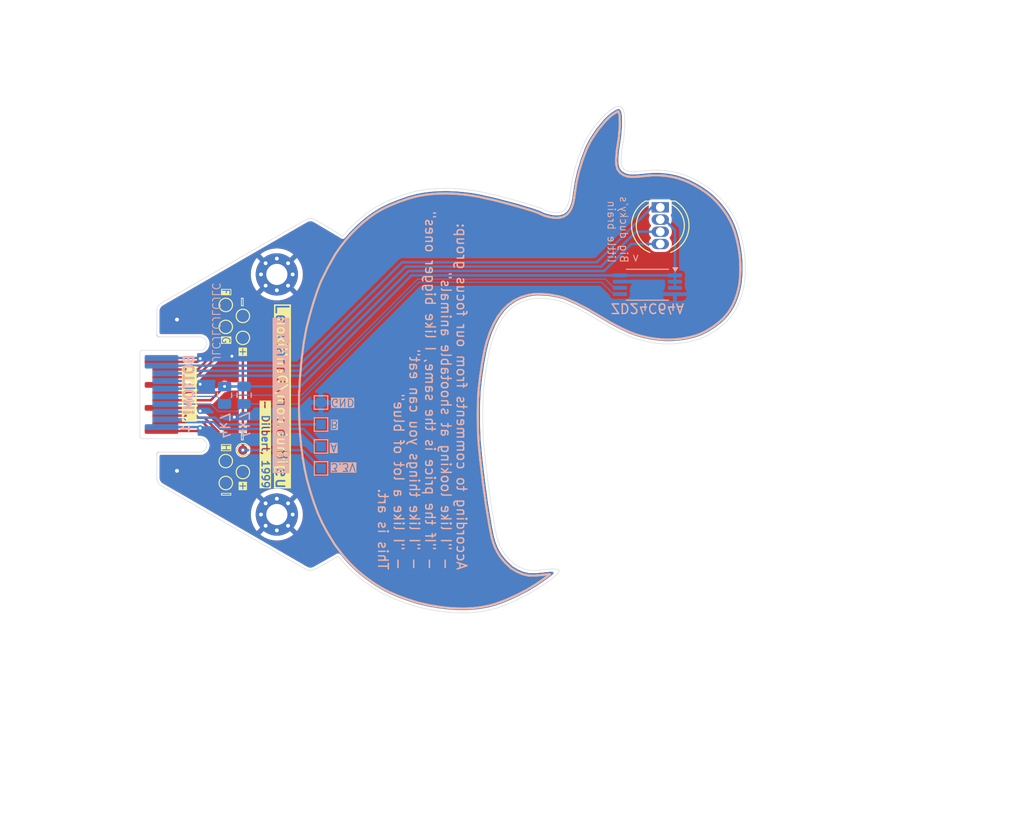
<source format=kicad_pcb>
(kicad_pcb (version 20240108) (generator "pcbnew") (generator_version "8.0")
  (layers (0 "F.Cu" signal) (31 "B.Cu" signal) (34 "B.Paste" user) (35 "F.Paste" user) (36 "B.SilkS" user "B.Silkscreen") (37 "F.SilkS" user "F.Silkscreen") (38 "B.Mask" user) (39 "F.Mask" user) (44 "Edge.Cuts" user))
  (net 0 "")
  (net 1 "GND")
  (net 2 "/HS_H")
  (net 3 "+3V3")
  (net 4 "/LED_RED")
  (net 5 "/LED_BLUE")
  (net 6 "/LS_B")
  (net 7 "/HS_G")
  (net 8 "/SDA")
  (net 9 "/HS_F")
  (net 10 "/SCL")
  (net 11 "/LED_GREEN")
  (net 12 "/LS_A")
  (net 13 "/HS_I")
  (footprint "tildagon:hexpansion-edge-connector" (layer "F.Cu") (at 98.25 100)
    (property "Reference" "J1" (hide yes))
    (property "Value" "Hexpansion-Connector" (hide yes))
    (fp_line (start 0 4.4) (end 0 -4.4) (stroke (width 0.05)) (layer "Edge.Cuts"))
    (fp_line (start 6.25 -6) (end 2 -6) (stroke (width 0.05)) (layer "Edge.Cuts"))
    (fp_line (start 6.25 -4.6) (end 0.2 -4.6) (stroke (width 0.05)) (layer "Edge.Cuts"))
    (fp_line (start 6.25 4.6) (end 0.2 4.6) (stroke (width 0.05)) (layer "Edge.Cuts"))
    (fp_line (start 6.25 6) (end 2 6) (stroke (width 0.05)) (layer "Edge.Cuts"))
    (fp_arc (start 0 -4.4) (mid 0.058579 -4.541421) (end 0.2 -4.6) (stroke (width 0.05)) (layer "Edge.Cuts"))
    (fp_arc (start 0.2 4.6) (mid 0.058579 4.541421) (end 0 4.4) (stroke (width 0.05)) (layer "Edge.Cuts"))
    (fp_arc (start 6.25 -6) (mid 6.744975 -5.794975) (end 6.95 -5.3) (stroke (width 0.05)) (layer "Edge.Cuts"))
    (fp_arc (start 6.25 4.6) (mid 6.744975 4.805025) (end 6.95 5.3) (stroke (width 0.05)) (layer "Edge.Cuts"))
    (fp_arc (start 6.95 -5.3) (mid 6.744975 -4.805025) (end 6.25 -4.6) (stroke (width 0.05)) (layer "Edge.Cuts"))
    (fp_arc (start 6.95 5.3) (mid 6.744975 5.794975) (end 6.25 6) (stroke (width 0.05)) (layer "Edge.Cuts"))
  )
  (footprint "TestPoint:TestPoint_Pad_D1.0mm" (layer "F.Cu") (at 108.966 105.791)
    (property "Reference" "TP9" (hide yes))
    (property "Value" "TestPoint")
  )
  (footprint "MountingHole:MountingHole_2.2mm_M2_Pad_Via" (layer "F.Cu") (at 112.5 87.5)
    (property "Reference" "H2" (hide yes))
    (property "Value" "MountingHole_Pad")
  )
  (footprint "LED_THT:LED_D5.0mm-4_RGB" (layer "F.Cu") (at 152.4 80.518 -90)
    (property "Reference" "D1" (hide yes))
    (property "Value" "LED_RAGB")
  )
  (footprint "TestPoint:TestPoint_Pad_D1.0mm" (layer "F.Cu") (at 108.966 108.077)
    (property "Reference" "TP10" (hide yes))
    (property "Value" "TestPoint")
  )
  (footprint "TestPoint:TestPoint_Pad_D1.0mm" (layer "F.Cu") (at 107.188 90.678)
    (property "Reference" "TP3" (hide yes))
    (property "Value" "TestPoint")
  )
  (footprint "TestPoint:TestPoint_Pad_D1.0mm" (layer "F.Cu") (at 108.966 94.107)
    (property "Reference" "TP7" (hide yes))
    (property "Value" "TestPoint")
  )
  (footprint "TestPoint:TestPoint_Pad_D1.0mm" (layer "F.Cu") (at 107.188 106.934)
    (property "Reference" "TP5" (hide yes))
    (property "Value" "TestPoint")
  )
  (footprint "TestPoint:TestPoint_Pad_D1.0mm" (layer "F.Cu") (at 107.188 92.964)
    (property "Reference" "TP4" (hide yes))
    (property "Value" "TestPoint")
  )
  (footprint "TestPoint:TestPoint_Pad_D1.0mm" (layer "F.Cu") (at 107.188 109.22)
    (property "Reference" "TP6" (hide yes))
    (property "Value" "TestPoint")
  )
  (footprint "MountingHole:MountingHole_2.2mm_M2_Pad_Via" (layer "F.Cu") (at 112.5 112.5)
    (property "Reference" "H1" (hide yes))
    (property "Value" "MountingHole_Pad")
  )
  (footprint "TestPoint:TestPoint_Pad_D1.0mm" (layer "F.Cu") (at 108.966 91.821)
    (property "Reference" "TP8" (hide yes))
    (property "Value" "TestPoint")
  )
  (footprint "TestPoint:TestPoint_Pad_1.0x1.0mm" (layer "B.Cu") (at 117.094 107.696 180)
    (property "Reference" "TP11" (hide yes))
    (property "Value" "TestPoint")
  )
  (footprint "Package_SO:TSSOP-8_4.4x3mm_P0.65mm" (layer "B.Cu") (at 151.0615 88.575 180)
    (property "Reference" "U1" (hide yes))
    (property "Value" "ZD24C64A")
  )
  (footprint "Resistor_SMD:R_0805_2012Metric" (layer "B.Cu") (at 109.093 100.076 -90)
    (property "Reference" "R1" (hide yes))
    (property "Value" "4k7")
  )
  (footprint "TestPoint:TestPoint_Pad_1.0x1.0mm" (layer "B.Cu") (at 117.094 100.838 180)
    (property "Reference" "TP12" (hide yes))
    (property "Value" "TestPoint")
  )
  (footprint "TestPoint:TestPoint_Pad_1.0x1.0mm" (layer "B.Cu") (at 117.094 105.41 180)
    (property "Reference" "TP1" (hide yes))
    (property "Value" "TestPoint")
  )
  (footprint "Resistor_SMD:R_0805_2012Metric" (layer "B.Cu") (at 107.061 100.076 -90)
    (property "Reference" "R2" (hide yes))
    (property "Value" "4k7")
  )
  (footprint "TestPoint:TestPoint_Pad_1.0x1.0mm" (layer "B.Cu") (at 117.094 103.124 180)
    (property "Reference" "TP2" (hide yes))
    (property "Value" "TestPoint")
  )
  (gr_line (start 160.340534 89.663269) (end 160.132183 90.239156) (stroke (width 0.2)) (layer "B.SilkS"))
  (gr_line (start 128.358448 121.932102) (end 127.166219 121.661005) (stroke (width 0.2)) (layer "B.SilkS"))
  (gr_line (start 117.713886 114.293533) (end 117.201538 113.334237) (stroke (width 0.2)) (layer "B.SilkS"))
  (gr_line (start 148.164289 71.019496) (end 148.190892 71.965777) (stroke (width 0.2)) (layer "B.SilkS"))
  (gr_line (start 159.615032 91.237513) (end 159.29723 91.675517) (stroke (width 0.2)) (layer "B.SilkS"))
  (gr_line (start 114.923424 104.216436) (end 114.844807 102.921289) (stroke (width 0.2)) (layer "B.SilkS"))
  (gr_line (start 160.660598 85.558386) (end 160.710639 86.227035) (stroke (width 0.2)) (layer "B.SilkS"))
  (gr_line (start 122.077081 81.616419) (end 122.71911 81.159999) (stroke (width 0.2)) (layer "B.SilkS"))
  (gr_line (start 140.776245 89.576911) (end 139.6828 89.520323) (stroke (width 0.2)) (layer "B.SilkS"))
  (gr_line (start 147.486985 92.645653) (end 146.671793 92.174557) (stroke (width 0.2)) (layer "B.SilkS"))
  (gr_line (start 157.24698 79.044917) (end 157.799114 79.498864) (stroke (width 0.2)) (layer "B.SilkS"))
  (gr_line (start 120.857375 118.298555) (end 120.087368 117.549274) (stroke (width 0.2)) (layer "B.SilkS"))
  (gr_line (start 144.281956 75.672779) (end 144.720251 74.505901) (stroke (width 0.2)) (layer "B.SilkS"))
  (gr_line (start 140.876678 118.718555) (end 140.925876 118.717387) (stroke (width 0.2)) (layer "B.SilkS"))
  (gr_line (start 115.919776 109.88817) (end 115.642175 108.875442) (stroke (width 0.2)) (layer "B.SilkS"))
  (gr_line (start 120.804762 82.712654) (end 121.435347 82.137161) (stroke (width 0.2)) (layer "B.SilkS"))
  (gr_line (start 160.567179 84.892422) (end 160.660598 85.558386) (stroke (width 0.2)) (layer "B.SilkS"))
  (gr_line (start 136.275404 121.413009) (end 135.2743 121.785701) (stroke (width 0.2)) (layer "B.SilkS"))
  (gr_line (start 160.724076 86.966896) (end 160.700154 87.736461) (stroke (width 0.2)) (layer "B.SilkS"))
  (gr_line (start 141.152285 81.582001) (end 141.559312 81.620694) (stroke (width 0.2)) (layer "B.SilkS"))
  (gr_line (start 135.2743 121.785701) (end 134.541426 121.98861) (stroke (width 0.2)) (layer "B.SilkS"))
  (gr_line (start 141.559312 81.620694) (end 141.974899 81.586998) (stroke (width 0.2)) (layer "B.SilkS"))
  (gr_line (start 119.349774 116.7112) (end 118.51508 115.610274) (stroke (width 0.2)) (layer "B.SilkS"))
  (gr_line (start 154.104701 77.460609) (end 154.715545 77.652938) (stroke (width 0.2)) (layer "B.SilkS"))
  (gr_line (start 142.981054 80.941342) (end 143.181877 80.564266) (stroke (width 0.2)) (layer "B.SilkS"))
  (gr_line (start 136.568043 90.646087) (end 135.998668 91.206041) (stroke (width 0.2)) (layer "B.SilkS"))
  (gr_line (start 154.715545 77.652938) (end 155.31704 77.896601) (stroke (width 0.2)) (layer "B.SilkS"))
  (gr_line (start 158.275841 79.971578) (end 158.69205 80.452744) (stroke (width 0.2)) (layer "B.SilkS"))
  (gr_line (start 160.132183 90.239156) (end 159.891605 90.761588) (stroke (width 0.2)) (layer "B.SilkS"))
  (gr_line (start 147.942957 76.553102) (end 148.204262 76.916248) (stroke (width 0.2)) (layer "B.SilkS"))
  (gr_line (start 124.138062 120.532227) (end 123.399555 120.140007) (stroke (width 0.2)) (layer "B.SilkS"))
  (gr_line (start 139.982793 81.231206) (end 140.281729 81.363933) (stroke (width 0.2)) (layer "B.SilkS"))
  (gr_line (start 133.8483 96.771349) (end 133.638983 98.175511) (stroke (width 0.2)) (layer "B.SilkS"))
  (gr_line (start 152.793194 94.275646) (end 152.074617 94.21805) (stroke (width 0.2)) (layer "B.SilkS"))
  (gr_line (start 135.020557 115.460985) (end 135.201467 115.931552) (stroke (width 0.2)) (layer "B.SilkS"))
  (gr_line (start 156.573369 93.675718) (end 156.122304 93.840814) (stroke (width 0.2)) (layer "B.SilkS"))
  (gr_line (start 129.290629 79.091593) (end 130.096702 79.075222) (stroke (width 0.2)) (layer "B.SilkS"))
  (gr_line (start 132.112023 122.2849) (end 131.227454 122.277611) (stroke (width 0.2)) (layer "B.SilkS"))
  (gr_line (start 138.665665 89.629952) (end 137.90572 89.85817) (stroke (width 0.2)) (layer "B.SilkS"))
  (gr_line (start 115.0432 105.464377) (end 114.923424 104.216436) (stroke (width 0.2)) (layer "B.SilkS"))
  (gr_line (start 154.899314 94.139019) (end 154.203662 94.235993) (stroke (width 0.2)) (layer "B.SilkS"))
  (gr_line (start 114.808 101.583834) (end 114.815702 99.699276) (stroke (width 0.2)) (layer "B.SilkS"))
  (gr_line (start 119.0831 84.6704) (end 119.61855 83.98911) (stroke (width 0.2)) (layer "B.SilkS"))
  (gr_line (start 147.823293 76.112745) (end 147.942957 76.553102) (stroke (width 0.2)) (layer "B.SilkS"))
  (gr_line (start 116.693022 89.254422) (end 117.051609 88.306613) (stroke (width 0.2)) (layer "B.SilkS"))
  (gr_line (start 144.894462 91.119585) (end 143.672389 90.48808) (stroke (width 0.2)) (layer "B.SilkS"))
  (gr_line (start 133.769335 122.13993) (end 132.959449 122.238851) (stroke (width 0.2)) (layer "B.SilkS"))
  (gr_line (start 159.880469 82.392866) (end 160.085467 82.932797) (stroke (width 0.2)) (layer "B.SilkS"))
  (gr_line (start 121.699556 118.995142) (end 120.857375 118.298555) (stroke (width 0.2)) (layer "B.SilkS"))
  (gr_line (start 155.911975 78.192782) (end 156.616646 78.608214) (stroke (width 0.2)) (layer "B.SilkS"))
  (gr_line (start 137.470815 118.455321) (end 138.074516 118.709986) (stroke (width 0.2)) (layer "B.SilkS"))
  (gr_line (start 157.005845 93.471429) (end 156.573369 93.675718) (stroke (width 0.2)) (layer "B.SilkS"))
  (gr_line (start 133.932059 109.113341) (end 134.218187 111.253035) (stroke (width 0.2)) (layer "B.SilkS"))
  (gr_line (start 139.397146 119.80143) (end 138.481203 120.351747) (stroke (width 0.2)) (layer "B.SilkS"))
  (gr_line (start 115.894451 91.848684) (end 116.286428 90.501429) (stroke (width 0.2)) (layer "B.SilkS"))
  (gr_line (start 142.362093 81.47007) (end 142.706969 81.251403) (stroke (width 0.2)) (layer "B.SilkS"))
  (gr_line (start 117.051609 88.306613) (end 117.798853 86.784443) (stroke (width 0.2)) (layer "B.SilkS"))
  (gr_line (start 140.060143 118.803618) (end 140.876678 118.718555) (stroke (width 0.2)) (layer "B.SilkS"))
  (gr_line (start 142.818974 90.110382) (end 142.375142 89.930778) (stroke (width 0.2)) (layer "B.SilkS"))
  (gr_line (start 159.891605 90.761588) (end 159.615032 91.237513) (stroke (width 0.2)) (layer "B.SilkS"))
  (gr_line (start 152.190528 77.185391) (end 152.844801 77.227193) (stroke (width 0.2)) (layer "B.SilkS"))
  (gr_line (start 124.958535 120.894338) (end 124.138062 120.532227) (stroke (width 0.2)) (layer "B.SilkS"))
  (gr_line (start 130.096702 79.075222) (end 130.922583 79.098851) (stroke (width 0.2)) (layer "B.SilkS"))
  (gr_line (start 122.71911 81.159999) (end 123.349031 80.777853) (stroke (width 0.2)) (layer "B.SilkS"))
  (gr_line (start 139.6828 89.520323) (end 139.152596 89.552324) (stroke (width 0.2)) (layer "B.SilkS"))
  (gr_line (start 148.020135 70.533543) (end 148.054984 70.582714) (stroke (width 0.2)) (layer "B.SilkS"))
  (gr_line (start 158.511608 92.470485) (end 158.029646 92.841163) (stroke (width 0.2)) (layer "B.SilkS"))
  (gr_line (start 148.054984 70.582714) (end 148.114287 70.737054) (stroke (width 0.2)) (layer "B.SilkS"))
  (gr_line (start 149.198801 93.483112) (end 148.368265 93.100652) (stroke (width 0.2)) (layer "B.SilkS"))
  (gr_line (start 132.617349 79.266516) (end 133.475456 79.410201) (stroke (width 0.2)) (layer "B.SilkS"))
  (gr_line (start 117.798853 86.784443) (end 118.603234 85.36127) (stroke (width 0.2)) (layer "B.SilkS"))
  (gr_line (start 135.998668 91.206041) (end 135.495257 91.873508) (stroke (width 0.2)) (layer "B.SilkS"))
  (gr_line (start 114.836886 99.699276) (end 114.898042 98.354458) (stroke (width 0.2)) (layer "B.SilkS"))
  (gr_line (start 160.5142 89.038183) (end 160.340534 89.663269) (stroke (width 0.2)) (layer "B.SilkS"))
  (gr_line (start 134.085018 95.508216) (end 133.8483 96.771349) (stroke (width 0.2)) (layer "B.SilkS"))
  (gr_line (start 120.087368 117.549274) (end 119.349774 116.7112) (stroke (width 0.2)) (layer "B.SilkS"))
  (gr_line (start 117.201538 113.334237) (end 116.770445 112.375619) (stroke (width 0.2)) (layer "B.SilkS"))
  (gr_line (start 143.933991 76.821221) (end 144.281956 75.672779) (stroke (width 0.2)) (layer "B.SilkS"))
  (gr_line (start 148.190892 71.965777) (end 148.090523 73.223049) (stroke (width 0.2)) (layer "B.SilkS"))
  (gr_line (start 120.19577 83.333226) (end 120.804762 82.712654) (stroke (width 0.2)) (layer "B.SilkS"))
  (gr_line (start 160.264598 83.51827) (end 160.422266 84.160105) (stroke (width 0.2)) (layer "B.SilkS"))
  (gr_line (start 148.090523 73.223049) (end 147.856854 74.727005) (stroke (width 0.2)) (layer "B.SilkS"))
  (gr_line (start 148.204262 76.916248) (end 148.575349 77.164476) (stroke (width 0.2)) (layer "B.SilkS"))
  (gr_line (start 150.602106 93.94626) (end 149.852564 93.733233) (stroke (width 0.2)) (layer "B.SilkS"))
  (gr_line (start 142.706969 81.251403) (end 142.981054 80.941342) (stroke (width 0.2)) (layer "B.SilkS"))
  (gr_line (start 147.965277 70.550775) (end 148.03298 70.534237) (stroke (width 0.2)) (layer "B.SilkS"))
  (gr_line (start 137.289912 80.347181) (end 139.055095 80.875474) (stroke (width 0.2)) (layer "B.SilkS"))
  (gr_line (start 160.710639 86.227035) (end 160.724076 86.966896) (stroke (width 0.2)) (layer "B.SilkS"))
  (gr_line (start 146.65859 71.57378) (end 147.028952 71.205987) (stroke (width 0.2)) (layer "B.SilkS"))
  (gr_line (start 160.631805 88.411562) (end 160.5142 89.038183) (stroke (width 0.2)) (layer "B.SilkS"))
  (gr_line (start 134.666462 93.528752) (end 134.327364 94.525287) (stroke (width 0.2)) (layer "B.SilkS"))
  (gr_line (start 124.171977 80.375548) (end 125.167547 79.967203) (stroke (width 0.2)) (layer "B.SilkS"))
  (gr_line (start 150.027031 77.332699) (end 150.809238 77.252647) (stroke (width 0.2)) (layer "B.SilkS"))
  (gr_line (start 115.303394 94.585056) (end 115.57767 93.097965) (stroke (width 0.2)) (layer "B.SilkS"))
  (gr_line (start 141.974899 81.586998) (end 142.362093 81.47007) (stroke (width 0.2)) (layer "B.SilkS"))
  (gr_line (start 114.815702 99.699276) (end 114.836886 99.699276) (stroke (width 0.2)) (layer "B.SilkS"))
  (gr_line (start 138.481203 120.351747) (end 137.393673 120.911696) (stroke (width 0.2)) (layer "B.SilkS"))
  (gr_line (start 115.203438 106.660184) (end 115.0432 105.464377) (stroke (width 0.2)) (layer "B.SilkS"))
  (gr_line (start 160.085467 82.932797) (end 160.264598 83.51827) (stroke (width 0.2)) (layer "B.SilkS"))
  (gr_line (start 158.69205 80.452744) (end 159.056968 80.928157) (stroke (width 0.2)) (layer "B.SilkS"))
  (gr_line (start 147.028952 71.205987) (end 147.383349 70.908674) (stroke (width 0.2)) (layer "B.SilkS"))
  (gr_line (start 132.959449 122.238851) (end 132.112023 122.2849) (stroke (width 0.2)) (layer "B.SilkS"))
  (gr_line (start 134.327364 94.525287) (end 134.085018 95.508216) (stroke (width 0.2)) (layer "B.SilkS"))
  (gr_line (start 140.308352 119.178286) (end 139.397146 119.80143) (stroke (width 0.2)) (layer "B.SilkS"))
  (gr_line (start 158.029646 92.841163) (end 157.479177 93.201519) (stroke (width 0.2)) (layer "B.SilkS"))
  (gr_line (start 130.922583 79.098851) (end 131.764162 79.162594) (stroke (width 0.2)) (layer "B.SilkS"))
  (gr_line (start 159.37228 81.402488) (end 159.644648 81.886786) (stroke (width 0.2)) (layer "B.SilkS"))
  (gr_line (start 127.754449 79.243543) (end 128.508495 79.147786) (stroke (width 0.2)) (layer "B.SilkS"))
  (gr_line (start 114.844807 102.921289) (end 114.808 101.583834) (stroke (width 0.2)) (layer "B.SilkS"))
  (gr_line (start 144.720251 74.505901) (end 144.945858 74.01478) (stroke (width 0.2)) (layer "B.SilkS"))
  (gr_line (start 133.662412 106.822792) (end 133.932059 109.113341) (stroke (width 0.2)) (layer "B.SilkS"))
  (gr_line (start 140.707808 81.490268) (end 141.152285 81.582001) (stroke (width 0.2)) (layer "B.SilkS"))
  (gr_line (start 153.502257 94.281553) (end 152.793194 94.275646) (stroke (width 0.2)) (layer "B.SilkS"))
  (gr_line (start 137.393673 120.911696) (end 136.275404 121.413009) (stroke (width 0.2)) (layer "B.SilkS"))
  (gr_line (start 147.383349 70.908674) (end 147.836965 70.60875) (stroke (width 0.2)) (layer "B.SilkS"))
  (gr_line (start 148.114287 70.737054) (end 148.164289 71.019496) (stroke (width 0.2)) (layer "B.SilkS"))
  (gr_line (start 133.479769 99.586039) (end 133.422357 100.711) (stroke (width 0.2)) (layer "B.SilkS"))
  (gr_line (start 134.448627 112.666116) (end 134.639454 113.804939) (stroke (width 0.2)) (layer "B.SilkS"))
  (gr_line (start 136.281706 117.535884) (end 136.872624 118.095787) (stroke (width 0.2)) (layer "B.SilkS"))
  (gr_line (start 148.03298 70.534237) (end 148.03296 70.534236) (stroke (width 0.2)) (layer "B.SilkS"))
  (gr_line (start 118.51508 115.610274) (end 117.713886 114.293533) (stroke (width 0.2)) (layer "B.SilkS"))
  (gr_line (start 125.945523 121.265857) (end 124.958535 120.894338) (stroke (width 0.2)) (layer "B.SilkS"))
  (gr_line (start 135.201467 115.931552) (end 135.415724 116.369103) (stroke (width 0.2)) (layer "B.SilkS"))
  (gr_line (start 122.655312 119.674891) (end 121.699556 118.995142) (stroke (width 0.2)) (layer "B.SilkS"))
  (gr_line (start 129.348994 122.101375) (end 128.358448 121.932102) (stroke (width 0.2)) (layer "B.SilkS"))
  (gr_line (start 131.764162 79.162594) (end 132.617349 79.266516) (stroke (width 0.2)) (layer "B.SilkS"))
  (gr_line (start 140.925876 118.717387) (end 140.308352 119.178286) (stroke (width 0.2)) (layer "B.SilkS"))
  (gr_line (start 123.349031 80.777853) (end 124.171977 80.375548) (stroke (width 0.2)) (layer "B.SilkS"))
  (gr_line (start 159.644648 81.886786) (end 159.880469 82.392866) (stroke (width 0.2)) (layer "B.SilkS"))
  (gr_line (start 157.479177 93.201519) (end 157.005845 93.471429) (stroke (width 0.2)) (layer "B.SilkS"))
  (gr_line (start 139.311038 118.870779) (end 140.060143 118.803618) (stroke (width 0.2)) (layer "B.SilkS"))
  (gr_line (start 140.281729 81.363933) (end 140.707808 81.490268) (stroke (width 0.2)) (layer "B.SilkS"))
  (gr_line (start 127.037681 79.377567) (end 127.754449 79.243543) (stroke (width 0.2)) (layer "B.SilkS"))
  (gr_line (start 157.799114 79.498864) (end 158.275841 79.971578) (stroke (width 0.2)) (layer "B.SilkS"))
  (gr_line (start 147.836965 70.60875) (end 147.965277 70.550775) (stroke (width 0.2)) (layer "B.SilkS"))
  (gr_line (start 125.167547 79.967203) (end 126.17559 79.614913) (stroke (width 0.2)) (layer "B.SilkS"))
  (gr_line (start 151.344785 94.108405) (end 150.602106 93.94626) (stroke (width 0.2)) (layer "B.SilkS"))
  (gr_line (start 143.433492 79.625399) (end 143.5107 79.058951) (stroke (width 0.2)) (layer "B.SilkS"))
  (gr_line (start 133.422357 100.711) (end 133.403507 102.187562) (stroke (width 0.2)) (layer "B.SilkS"))
  (gr_line (start 159.29723 91.675517) (end 158.93179 92.084016) (stroke (width 0.2)) (layer "B.SilkS"))
  (gr_line (start 143.672389 90.48808) (end 142.818974 90.110382) (stroke (width 0.2)) (layer "B.SilkS"))
  (gr_line (start 147.856854 74.727005) (end 147.794428 75.606525) (stroke (width 0.2)) (layer "B.SilkS"))
  (gr_line (start 119.61855 83.98911) (end 120.19577 83.333226) (stroke (width 0.2)) (layer "B.SilkS"))
  (gr_line (start 142.375142 89.930778) (end 141.859505 89.77626) (stroke (width 0.2)) (layer "B.SilkS"))
  (gr_line (start 143.181877 80.564266) (end 143.326989 80.128172) (stroke (width 0.2)) (layer "B.SilkS"))
  (gr_line (start 143.326989 80.128172) (end 143.433492 79.625399) (stroke (width 0.2)) (layer "B.SilkS"))
  (gr_line (start 160.700154 87.736461) (end 160.631805 88.411562) (stroke (width 0.2)) (layer "B.SilkS"))
  (gr_line (start 133.422521 103.702331) (end 133.479785 104.941519) (stroke (width 0.2)) (layer "B.SilkS"))
  (gr_line (start 151.516718 77.19348) (end 152.190528 77.185391) (stroke (width 0.2)) (layer "B.SilkS"))
  (gr_line (start 135.415724 116.369103) (end 135.665885 116.778285) (stroke (width 0.2)) (layer "B.SilkS"))
  (gr_line (start 148.972258 77.305958) (end 149.439802 77.355251) (stroke (width 0.2)) (layer "B.SilkS"))
  (gr_line (start 121.435347 82.137161) (end 122.077081 81.616419) (stroke (width 0.2)) (layer "B.SilkS"))
  (gr_line (start 139.152596 89.552324) (end 138.665665 89.629952) (stroke (width 0.2)) (layer "B.SilkS"))
  (gr_line (start 135.953256 117.164006) (end 136.281706 117.535884) (stroke (width 0.2)) (layer "B.SilkS"))
  (gr_line (start 127.166219 121.661005) (end 125.945523 121.265857) (stroke (width 0.2)) (layer "B.SilkS"))
  (gr_line (start 115.06894 96.408045) (end 115.303394 94.585056) (stroke (width 0.2)) (layer "B.SilkS"))
  (gr_line (start 134.867276 114.945519) (end 135.020557 115.460985) (stroke (width 0.2)) (layer "B.SilkS"))
  (gr_line (start 149.852564 93.733233) (end 149.198801 93.483112) (stroke (width 0.2)) (layer "B.SilkS"))
  (gr_line (start 147.794428 75.606525) (end 147.823293 76.112745) (stroke (width 0.2)) (layer "B.SilkS"))
  (gr_line (start 155.31704 77.896601) (end 155.911975 78.192782) (stroke (width 0.2)) (layer "B.SilkS"))
  (gr_line (start 149.439802 77.355251) (end 150.027031 77.332699) (stroke (width 0.2)) (layer "B.SilkS"))
  (gr_line (start 152.844801 77.227193) (end 153.481993 77.31886) (stroke (width 0.2)) (layer "B.SilkS"))
  (gr_line (start 148.575349 77.164476) (end 148.972258 77.305958) (stroke (width 0.2)) (layer "B.SilkS"))
  (gr_line (start 141.859505 89.77626) (end 140.776245 89.576911) (stroke (width 0.2)) (layer "B.SilkS"))
  (gr_line (start 115.40338 107.79888) (end 115.203438 106.660184) (stroke (width 0.2)) (layer "B.SilkS"))
  (gr_line (start 139.055095 80.875474) (end 139.647317 81.081493) (stroke (width 0.2)) (layer "B.SilkS"))
  (gr_line (start 143.677657 77.945437) (end 143.933991 76.821221) (stroke (width 0.2)) (layer "B.SilkS"))
  (gr_line (start 160.422266 84.160105) (end 160.567179 84.892422) (stroke (width 0.2)) (layer "B.SilkS"))
  (gr_line (start 153.481993 77.31886) (end 154.104701 77.460609) (stroke (width 0.2)) (layer "B.SilkS"))
  (gr_line (start 139.647317 81.081493) (end 139.982793 81.231206) (stroke (width 0.2)) (layer "B.SilkS"))
  (gr_line (start 136.872624 118.095787) (end 137.470815 118.455321) (stroke (width 0.2)) (layer "B.SilkS"))
  (gr_line (start 135.250014 79.808391) (end 137.289912 80.347181) (stroke (width 0.2)) (layer "B.SilkS"))
  (gr_line (start 148.010524 70.525291) (end 148.020135 70.533543) (stroke (width 0.2)) (layer "B.SilkS"))
  (gr_line (start 134.541426 121.98861) (end 133.769335 122.13993) (stroke (width 0.2)) (layer "B.SilkS"))
  (gr_line (start 114.898042 98.354458) (end 115.06894 96.408045) (stroke (width 0.2)) (layer "B.SilkS"))
  (gr_line (start 155.593002 93.990095) (end 154.899314 94.139019) (stroke (width 0.2)) (layer "B.SilkS"))
  (gr_line (start 143.5107 79.058951) (end 143.677657 77.945437) (stroke (width 0.2)) (layer "B.SilkS"))
  (gr_line (start 145.220917 73.510839) (end 145.899195 72.487531) (stroke (width 0.2)) (layer "B.SilkS"))
  (gr_line (start 134.218187 111.253035) (end 134.448627 112.666116) (stroke (width 0.2)) (layer "B.SilkS"))
  (gr_line (start 118.603234 85.36127) (end 119.0831 84.6704) (stroke (width 0.2)) (layer "B.SilkS"))
  (gr_line (start 146.671793 92.174557) (end 144.894462 91.119585) (stroke (width 0.2)) (layer "B.SilkS"))
  (gr_line (start 135.495257 91.873508) (end 135.053228 92.647315) (stroke (width 0.2)) (layer "B.SilkS"))
  (gr_line (start 116.770445 112.375619) (end 116.361542 111.273094) (stroke (width 0.2)) (layer "B.SilkS"))
  (gr_line (start 135.053228 92.647315) (end 134.666462 93.528752) (stroke (width 0.2)) (layer "B.SilkS"))
  (gr_line (start 138.666894 118.847215) (end 139.311038 118.870779) (stroke (width 0.2)) (layer "B.SilkS"))
  (gr_line (start 145.899195 72.487531) (end 146.65859 71.57378) (stroke (width 0.2)) (layer "B.SilkS"))
  (gr_line (start 152.074617 94.21805) (end 151.344785 94.108405) (stroke (width 0.2)) (layer "B.SilkS"))
  (gr_line (start 137.90572 89.85817) (end 137.204589 90.19631) (stroke (width 0.2)) (layer "B.SilkS"))
  (gr_line (start 156.616646 78.608214) (end 157.24698 79.044917) (stroke (width 0.2)) (layer "B.SilkS"))
  (gr_line (start 138.074516 118.709986) (end 138.666894 118.847215) (stroke (width 0.2)) (layer "B.SilkS"))
  (gr_line (start 131.227454 122.277611) (end 130.306249 122.21656) (stroke (width 0.2)) (layer "B.SilkS"))
  (gr_line (start 156.122304 93.840814) (end 155.593002 93.990095) (stroke (width 0.2)) (layer "B.SilkS"))
  (gr_line (start 135.665885 116.778285) (end 135.953256 117.164006) (stroke (width 0.2)) (layer "B.SilkS"))
  (gr_line (start 123.399555 120.140007) (end 122.655312 119.674891) (stroke (width 0.2)) (layer "B.SilkS"))
  (gr_line (start 159.056968 80.928157) (end 159.37228 81.402488) (stroke (width 0.2)) (layer "B.SilkS"))
  (gr_line (start 150.809238 77.252647) (end 151.516718 77.19348) (stroke (width 0.2)) (layer "B.SilkS"))
  (gr_line (start 115.642175 108.875442) (end 115.40338 107.79888) (stroke (width 0.2)) (layer "B.SilkS"))
  (gr_line (start 148.03296 70.534236) (end 148.010524 70.525291) (stroke (width 0.2)) (layer "B.SilkS"))
  (gr_line (start 158.93179 92.084016) (end 158.511608 92.470485) (stroke (width 0.2)) (layer "B.SilkS"))
  (gr_line (start 133.475456 79.410201) (end 135.250014 79.808391) (stroke (width 0.2)) (layer "B.SilkS"))
  (gr_line (start 134.639454 113.804939) (end 134.867276 114.945519) (stroke (width 0.2)) (layer "B.SilkS"))
  (gr_line (start 148.368265 93.100652) (end 147.486985 92.645653) (stroke (width 0.2)) (layer "B.SilkS"))
  (gr_line (start 133.479785 104.941519) (end 133.662412 106.822792) (stroke (width 0.2)) (layer "B.SilkS"))
  (gr_line (start 126.17559 79.614913) (end 127.037681 79.377567) (stroke (width 0.2)) (layer "B.SilkS"))
  (gr_line (start 133.638983 98.175511) (end 133.479769 99.586039) (stroke (width 0.2)) (layer "B.SilkS"))
  (gr_line (start 144.945858 74.01478) (end 145.220917 73.510839) (stroke (width 0.2)) (layer "B.SilkS"))
  (gr_line (start 130.306249 122.21656) (end 129.348994 122.101375) (stroke (width 0.2)) (layer "B.SilkS"))
  (gr_line (start 133.403507 102.187562) (end 133.422521 103.702331) (stroke (width 0.2)) (layer "B.SilkS"))
  (gr_line (start 154.203662 94.235993) (end 153.502257 94.281553) (stroke (width 0.2)) (layer "B.SilkS"))
  (gr_line (start 115.57767 93.097965) (end 115.894451 91.848684) (stroke (width 0.2)) (layer "B.SilkS"))
  (gr_line (start 137.204589 90.19631) (end 136.568043 90.646087) (stroke (width 0.2)) (layer "B.SilkS"))
  (gr_line (start 116.361542 111.273094) (end 115.919776 109.88817) (stroke (width 0.2)) (layer "B.SilkS"))
  (gr_line (start 116.286428 90.501429) (end 116.693022 89.254422) (stroke (width 0.2)) (layer "B.SilkS"))
  (gr_line (start 128.508495 79.147786) (end 129.290629 79.091593) (stroke (width 0.2)) (layer "B.SilkS"))
  (gr_line (start 145.899195 72.487531) (end 146.65859 71.57378) (stroke (width 0.2)) (layer "F.SilkS"))
  (gr_line (start 143.433492 79.625399) (end 143.5107 79.058951) (stroke (width 0.2)) (layer "F.SilkS"))
  (gr_line (start 117.713886 114.293533) (end 117.201538 113.334237) (stroke (width 0.2)) (layer "F.SilkS"))
  (gr_line (start 128.358448 121.932102) (end 127.166219 121.661005) (stroke (width 0.2)) (layer "F.SilkS"))
  (gr_line (start 143.5107 79.058951) (end 143.677657 77.945437) (stroke (width 0.2)) (layer "F.SilkS"))
  (gr_line (start 141.859505 89.77626) (end 140.776245 89.576911) (stroke (width 0.2)) (layer "F.SilkS"))
  (gr_line (start 119.61855 83.98911) (end 120.19577 83.333226) (stroke (width 0.2)) (layer "F.SilkS"))
  (gr_line (start 117.051609 88.306613) (end 117.798853 86.784443) (stroke (width 0.2)) (layer "F.SilkS"))
  (gr_line (start 142.981054 80.941342) (end 143.181877 80.564266) (stroke (width 0.2)) (layer "F.SilkS"))
  (gr_line (start 140.925876 118.717387) (end 140.308352 119.178286) (stroke (width 0.2)) (layer "F.SilkS"))
  (gr_line (start 116.286428 90.501429) (end 116.693022 89.254422) (stroke (width 0.2)) (layer "F.SilkS"))
  (gr_line (start 119.0831 84.6704) (end 119.61855 83.98911) (stroke (width 0.2)) (layer "F.SilkS"))
  (gr_line (start 128.508495 79.147786) (end 129.290629 79.091593) (stroke (width 0.2)) (layer "F.SilkS"))
  (gr_line (start 133.422357 100.711) (end 133.403507 102.187562) (stroke (width 0.2)) (layer "F.SilkS"))
  (gr_line (start 150.602106 93.94626) (end 149.852564 93.733233) (stroke (width 0.2)) (layer "F.SilkS"))
  (gr_line (start 130.306249 122.21656) (end 129.348994 122.101375) (stroke (width 0.2)) (layer "F.SilkS"))
  (gr_line (start 140.308352 119.178286) (end 139.397146 119.80143) (stroke (width 0.2)) (layer "F.SilkS"))
  (gr_line (start 158.511608 92.470485) (end 158.029646 92.841163) (stroke (width 0.2)) (layer "F.SilkS"))
  (gr_line (start 134.541426 121.98861) (end 133.769335 122.13993) (stroke (width 0.2)) (layer "F.SilkS"))
  (gr_line (start 143.672389 90.48808) (end 142.818974 90.110382) (stroke (width 0.2)) (layer "F.SilkS"))
  (gr_line (start 137.90572 89.85817) (end 137.204589 90.19631) (stroke (width 0.2)) (layer "F.SilkS"))
  (gr_line (start 134.085018 95.508216) (end 133.8483 96.771349) (stroke (width 0.2)) (layer "F.SilkS"))
  (gr_line (start 160.631805 88.411562) (end 160.5142 89.038183) (stroke (width 0.2)) (layer "F.SilkS"))
  (gr_line (start 134.666462 93.528752) (end 134.327364 94.525287) (stroke (width 0.2)) (layer "F.SilkS"))
  (gr_line (start 135.495257 91.873508) (end 135.053228 92.647315) (stroke (width 0.2)) (layer "F.SilkS"))
  (gr_line (start 150.809238 77.252647) (end 151.516718 77.19348) (stroke (width 0.2)) (layer "F.SilkS"))
  (gr_line (start 146.65859 71.57378) (end 147.028952 71.205987) (stroke (width 0.2)) (layer "F.SilkS"))
  (gr_line (start 157.005845 93.471429) (end 156.573369 93.675718) (stroke (width 0.2)) (layer "F.SilkS"))
  (gr_line (start 118.51508 115.610274) (end 117.713886 114.293533) (stroke (width 0.2)) (layer "F.SilkS"))
  (gr_line (start 122.077081 81.616419) (end 122.71911 81.159999) (stroke (width 0.2)) (layer "F.SilkS"))
  (gr_line (start 139.982793 81.231206) (end 140.281729 81.363933) (stroke (width 0.2)) (layer "F.SilkS"))
  (gr_line (start 137.289912 80.347181) (end 139.055095 80.875474) (stroke (width 0.2)) (layer "F.SilkS"))
  (gr_line (start 124.171977 80.375548) (end 125.167547 79.967203) (stroke (width 0.2)) (layer "F.SilkS"))
  (gr_line (start 127.037681 79.377567) (end 127.754449 79.243543) (stroke (width 0.2)) (layer "F.SilkS"))
  (gr_line (start 135.415724 116.369103) (end 135.665885 116.778285) (stroke (width 0.2)) (layer "F.SilkS"))
  (gr_line (start 134.448627 112.666116) (end 134.639454 113.804939) (stroke (width 0.2)) (layer "F.SilkS"))
  (gr_line (start 139.152596 89.552324) (end 138.665665 89.629952) (stroke (width 0.2)) (layer "F.SilkS"))
  (gr_line (start 127.166219 121.661005) (end 125.945523 121.265857) (stroke (width 0.2)) (layer "F.SilkS"))
  (gr_line (start 148.972258 77.305958) (end 149.439802 77.355251) (stroke (width 0.2)) (layer "F.SilkS"))
  (gr_line (start 145.220917 73.510839) (end 145.899195 72.487531) (stroke (width 0.2)) (layer "F.SilkS"))
  (gr_line (start 148.03296 70.534236) (end 148.010524 70.525291) (stroke (width 0.2)) (layer "F.SilkS"))
  (gr_line (start 139.6828 89.520323) (end 139.152596 89.552324) (stroke (width 0.2)) (layer "F.SilkS"))
  (gr_line (start 131.227454 122.277611) (end 130.306249 122.21656) (stroke (width 0.2)) (layer "F.SilkS"))
  (gr_line (start 158.93179 92.084016) (end 158.511608 92.470485) (stroke (width 0.2)) (layer "F.SilkS"))
  (gr_line (start 132.617349 79.266516) (end 133.475456 79.410201) (stroke (width 0.2)) (layer "F.SilkS"))
  (gr_line (start 154.104701 77.460609) (end 154.715545 77.652938) (stroke (width 0.2)) (layer "F.SilkS"))
  (gr_line (start 133.403507 102.187562) (end 133.422521 103.702331) (stroke (width 0.2)) (layer "F.SilkS"))
  (gr_line (start 140.776245 89.576911) (end 139.6828 89.520323) (stroke (width 0.2)) (layer "F.SilkS"))
  (gr_line (start 123.349031 80.777853) (end 124.171977 80.375548) (stroke (width 0.2)) (layer "F.SilkS"))
  (gr_line (start 125.167547 79.967203) (end 126.17559 79.614913) (stroke (width 0.2)) (layer "F.SilkS"))
  (gr_line (start 140.060143 118.803618) (end 140.876678 118.718555) (stroke (width 0.2)) (layer "F.SilkS"))
  (gr_line (start 152.793194 94.275646) (end 152.074617 94.21805) (stroke (width 0.2)) (layer "F.SilkS"))
  (gr_line (start 132.112023 122.2849) (end 131.227454 122.277611) (stroke (width 0.2)) (layer "F.SilkS"))
  (gr_line (start 151.344785 94.108405) (end 150.602106 93.94626) (stroke (width 0.2)) (layer "F.SilkS"))
  (gr_line (start 154.715545 77.652938) (end 155.31704 77.896601) (stroke (width 0.2)) (layer "F.SilkS"))
  (gr_line (start 133.662412 106.822792) (end 133.932059 109.113341) (stroke (width 0.2)) (layer "F.SilkS"))
  (gr_line (start 157.799114 79.498864) (end 158.275841 79.971578) (stroke (width 0.2)) (layer "F.SilkS"))
  (gr_line (start 159.615032 91.237513) (end 159.29723 91.675517) (stroke (width 0.2)) (layer "F.SilkS"))
  (gr_line (start 121.435347 82.137161) (end 122.077081 81.616419) (stroke (width 0.2)) (layer "F.SilkS"))
  (gr_line (start 142.375142 89.930778) (end 141.859505 89.77626) (stroke (width 0.2)) (layer "F.SilkS"))
  (gr_line (start 159.056968 80.928157) (end 159.37228 81.402488) (stroke (width 0.2)) (layer "F.SilkS"))
  (gr_line (start 157.479177 93.201519) (end 157.005845 93.471429) (stroke (width 0.2)) (layer "F.SilkS"))
  (gr_line (start 144.720251 74.505901) (end 144.945858 74.01478) (stroke (width 0.2)) (layer "F.SilkS"))
  (gr_line (start 154.203662 94.235993) (end 153.502257 94.281553) (stroke (width 0.2)) (layer "F.SilkS"))
  (gr_line (start 160.724076 86.966896) (end 160.700154 87.736461) (stroke (width 0.2)) (layer "F.SilkS"))
  (gr_line (start 131.764162 79.162594) (end 132.617349 79.266516) (stroke (width 0.2)) (layer "F.SilkS"))
  (gr_line (start 147.794428 75.606525) (end 147.823293 76.112745) (stroke (width 0.2)) (layer "F.SilkS"))
  (gr_line (start 158.275841 79.971578) (end 158.69205 80.452744) (stroke (width 0.2)) (layer "F.SilkS"))
  (gr_line (start 115.642175 108.875442) (end 115.40338 107.79888) (stroke (width 0.2)) (layer "F.SilkS"))
  (gr_line (start 160.660598 85.558386) (end 160.710639 86.227035) (stroke (width 0.2)) (layer "F.SilkS"))
  (gr_line (start 142.362093 81.47007) (end 142.706969 81.251403) (stroke (width 0.2)) (layer "F.SilkS"))
  (gr_line (start 134.639454 113.804939) (end 134.867276 114.945519) (stroke (width 0.2)) (layer "F.SilkS"))
  (gr_line (start 135.998668 91.206041) (end 135.495257 91.873508) (stroke (width 0.2)) (layer "F.SilkS"))
  (gr_line (start 140.707808 81.490268) (end 141.152285 81.582001) (stroke (width 0.2)) (layer "F.SilkS"))
  (gr_line (start 149.852564 93.733233) (end 149.198801 93.483112) (stroke (width 0.2)) (layer "F.SilkS"))
  (gr_line (start 115.57767 93.097965) (end 115.894451 91.848684) (stroke (width 0.2)) (layer "F.SilkS"))
  (gr_line (start 143.933991 76.821221) (end 144.281956 75.672779) (stroke (width 0.2)) (layer "F.SilkS"))
  (gr_line (start 147.028952 71.205987) (end 147.383349 70.908674) (stroke (width 0.2)) (layer "F.SilkS"))
  (gr_line (start 129.290629 79.091593) (end 130.096702 79.075222) (stroke (width 0.2)) (layer "F.SilkS"))
  (gr_line (start 115.40338 107.79888) (end 115.203438 106.660184) (stroke (width 0.2)) (layer "F.SilkS"))
  (gr_line (start 133.932059 109.113341) (end 134.218187 111.253035) (stroke (width 0.2)) (layer "F.SilkS"))
  (gr_line (start 148.204262 76.916248) (end 148.575349 77.164476) (stroke (width 0.2)) (layer "F.SilkS"))
  (gr_line (start 133.475456 79.410201) (end 135.250014 79.808391) (stroke (width 0.2)) (layer "F.SilkS"))
  (gr_line (start 120.857375 118.298555) (end 120.087368 117.549274) (stroke (width 0.2)) (layer "F.SilkS"))
  (gr_line (start 159.644648 81.886786) (end 159.880469 82.392866) (stroke (width 0.2)) (layer "F.SilkS"))
  (gr_line (start 155.593002 93.990095) (end 154.899314 94.139019) (stroke (width 0.2)) (layer "F.SilkS"))
  (gr_line (start 127.754449 79.243543) (end 128.508495 79.147786) (stroke (width 0.2)) (layer "F.SilkS"))
  (gr_line (start 121.699556 118.995142) (end 120.857375 118.298555) (stroke (width 0.2)) (layer "F.SilkS"))
  (gr_line (start 152.844801 77.227193) (end 153.481993 77.31886) (stroke (width 0.2)) (layer "F.SilkS"))
  (gr_line (start 148.575349 77.164476) (end 148.972258 77.305958) (stroke (width 0.2)) (layer "F.SilkS"))
  (gr_line (start 129.348994 122.101375) (end 128.358448 121.932102) (stroke (width 0.2)) (layer "F.SilkS"))
  (gr_line (start 134.218187 111.253035) (end 134.448627 112.666116) (stroke (width 0.2)) (layer "F.SilkS"))
  (gr_line (start 156.616646 78.608214) (end 157.24698 79.044917) (stroke (width 0.2)) (layer "F.SilkS"))
  (gr_line (start 119.349774 116.7112) (end 118.51508 115.610274) (stroke (width 0.2)) (layer "F.SilkS"))
  (gr_line (start 116.770445 112.375619) (end 116.361542 111.273094) (stroke (width 0.2)) (layer "F.SilkS"))
  (gr_line (start 135.665885 116.778285) (end 135.953256 117.164006) (stroke (width 0.2)) (layer "F.SilkS"))
  (gr_line (start 120.087368 117.549274) (end 119.349774 116.7112) (stroke (width 0.2)) (layer "F.SilkS"))
  (gr_line (start 134.327364 94.525287) (end 134.085018 95.508216) (stroke (width 0.2)) (layer "F.SilkS"))
  (gr_line (start 155.911975 78.192782) (end 156.616646 78.608214) (stroke (width 0.2)) (layer "F.SilkS"))
  (gr_line (start 160.700154 87.736461) (end 160.631805 88.411562) (stroke (width 0.2)) (layer "F.SilkS"))
  (gr_line (start 133.638983 98.175511) (end 133.479769 99.586039) (stroke (width 0.2)) (layer "F.SilkS"))
  (gr_line (start 153.502257 94.281553) (end 152.793194 94.275646) (stroke (width 0.2)) (layer "F.SilkS"))
  (gr_line (start 146.671793 92.174557) (end 144.894462 91.119585) (stroke (width 0.2)) (layer "F.SilkS"))
  (gr_line (start 134.867276 114.945519) (end 135.020557 115.460985) (stroke (width 0.2)) (layer "F.SilkS"))
  (gr_line (start 136.568043 90.646087) (end 135.998668 91.206041) (stroke (width 0.2)) (layer "F.SilkS"))
  (gr_line (start 123.399555 120.140007) (end 122.655312 119.674891) (stroke (width 0.2)) (layer "F.SilkS"))
  (gr_line (start 116.361542 111.273094) (end 115.919776 109.88817) (stroke (width 0.2)) (layer "F.SilkS"))
  (gr_line (start 140.281729 81.363933) (end 140.707808 81.490268) (stroke (width 0.2)) (layer "F.SilkS"))
  (gr_line (start 158.029646 92.841163) (end 157.479177 93.201519) (stroke (width 0.2)) (layer "F.SilkS"))
  (gr_line (start 147.823293 76.112745) (end 147.942957 76.553102) (stroke (width 0.2)) (layer "F.SilkS"))
  (gr_line (start 144.281956 75.672779) (end 144.720251 74.505901) (stroke (width 0.2)) (layer "F.SilkS"))
  (gr_line (start 133.479785 104.941519) (end 133.662412 106.822792) (stroke (width 0.2)) (layer "F.SilkS"))
  (gr_line (start 160.132183 90.239156) (end 159.891605 90.761588) (stroke (width 0.2)) (layer "F.SilkS"))
  (gr_line (start 147.856854 74.727005) (end 147.794428 75.606525) (stroke (width 0.2)) (layer "F.SilkS"))
  (gr_line (start 114.844807 102.921289) (end 114.808 101.583834) (stroke (width 0.2)) (layer "F.SilkS"))
  (gr_line (start 133.422521 103.702331) (end 133.479785 104.941519) (stroke (width 0.2)) (layer "F.SilkS"))
  (gr_line (start 147.836965 70.60875) (end 147.965277 70.550775) (stroke (width 0.2)) (layer "F.SilkS"))
  (gr_line (start 133.769335 122.13993) (end 132.959449 122.238851) (stroke (width 0.2)) (layer "F.SilkS"))
  (gr_line (start 136.872624 118.095787) (end 137.470815 118.455321) (stroke (width 0.2)) (layer "F.SilkS"))
  (gr_line (start 153.481993 77.31886) (end 154.104701 77.460609) (stroke (width 0.2)) (layer "F.SilkS"))
  (gr_line (start 141.559312 81.620694) (end 141.974899 81.586998) (stroke (width 0.2)) (layer "F.SilkS"))
  (gr_line (start 117.201538 113.334237) (end 116.770445 112.375619) (stroke (width 0.2)) (layer "F.SilkS"))
  (gr_line (start 133.8483 96.771349) (end 133.638983 98.175511) (stroke (width 0.2)) (layer "F.SilkS"))
  (gr_line (start 115.0432 105.464377) (end 114.923424 104.216436) (stroke (width 0.2)) (layer "F.SilkS"))
  (gr_line (start 144.894462 91.119585) (end 143.672389 90.48808) (stroke (width 0.2)) (layer "F.SilkS"))
  (gr_line (start 147.486985 92.645653) (end 146.671793 92.174557) (stroke (width 0.2)) (layer "F.SilkS"))
  (gr_line (start 138.074516 118.709986) (end 138.666894 118.847215) (stroke (width 0.2)) (layer "F.SilkS"))
  (gr_line (start 142.706969 81.251403) (end 142.981054 80.941342) (stroke (width 0.2)) (layer "F.SilkS"))
  (gr_line (start 143.326989 80.128172) (end 143.433492 79.625399) (stroke (width 0.2)) (layer "F.SilkS"))
  (gr_line (start 148.114287 70.737054) (end 148.164289 71.019496) (stroke (width 0.2)) (layer "F.SilkS"))
  (gr_line (start 160.422266 84.160105) (end 160.567179 84.892422) (stroke (width 0.2)) (layer "F.SilkS"))
  (gr_line (start 157.24698 79.044917) (end 157.799114 79.498864) (stroke (width 0.2)) (layer "F.SilkS"))
  (gr_line (start 141.974899 81.586998) (end 142.362093 81.47007) (stroke (width 0.2)) (layer "F.SilkS"))
  (gr_line (start 140.876678 118.718555) (end 140.925876 118.717387) (stroke (width 0.2)) (layer "F.SilkS"))
  (gr_line (start 139.311038 118.870779) (end 140.060143 118.803618) (stroke (width 0.2)) (layer "F.SilkS"))
  (gr_line (start 159.880469 82.392866) (end 160.085467 82.932797) (stroke (width 0.2)) (layer "F.SilkS"))
  (gr_line (start 135.201467 115.931552) (end 135.415724 116.369103) (stroke (width 0.2)) (layer "F.SilkS"))
  (gr_line (start 158.69205 80.452744) (end 159.056968 80.928157) (stroke (width 0.2)) (layer "F.SilkS"))
  (gr_line (start 148.090523 73.223049) (end 147.856854 74.727005) (stroke (width 0.2)) (layer "F.SilkS"))
  (gr_line (start 137.204589 90.19631) (end 136.568043 90.646087) (stroke (width 0.2)) (layer "F.SilkS"))
  (gr_line (start 117.798853 86.784443) (end 118.603234 85.36127) (stroke (width 0.2)) (layer "F.SilkS"))
  (gr_line (start 154.899314 94.139019) (end 154.203662 94.235993) (stroke (width 0.2)) (layer "F.SilkS"))
  (gr_line (start 126.17559 79.614913) (end 127.037681 79.377567) (stroke (width 0.2)) (layer "F.SilkS"))
  (gr_line (start 156.573369 93.675718) (end 156.122304 93.840814) (stroke (width 0.2)) (layer "F.SilkS"))
  (gr_line (start 114.815702 99.699276) (end 114.836886 99.699276) (stroke (width 0.2)) (layer "F.SilkS"))
  (gr_line (start 159.29723 91.675517) (end 158.93179 92.084016) (stroke (width 0.2)) (layer "F.SilkS"))
  (gr_line (start 148.368265 93.100652) (end 147.486985 92.645653) (stroke (width 0.2)) (layer "F.SilkS"))
  (gr_line (start 155.31704 77.896601) (end 155.911975 78.192782) (stroke (width 0.2)) (layer "F.SilkS"))
  (gr_line (start 130.922583 79.098851) (end 131.764162 79.162594) (stroke (width 0.2)) (layer "F.SilkS"))
  (gr_line (start 115.203438 106.660184) (end 115.0432 105.464377) (stroke (width 0.2)) (layer "F.SilkS"))
  (gr_line (start 130.096702 79.075222) (end 130.922583 79.098851) (stroke (width 0.2)) (layer "F.SilkS"))
  (gr_line (start 160.340534 89.663269) (end 160.132183 90.239156) (stroke (width 0.2)) (layer "F.SilkS"))
  (gr_line (start 148.164289 71.019496) (end 148.190892 71.965777) (stroke (width 0.2)) (layer "F.SilkS"))
  (gr_line (start 148.054984 70.582714) (end 148.114287 70.737054) (stroke (width 0.2)) (layer "F.SilkS"))
  (gr_line (start 160.5142 89.038183) (end 160.340534 89.663269) (stroke (width 0.2)) (layer "F.SilkS"))
  (gr_line (start 135.053228 92.647315) (end 134.666462 93.528752) (stroke (width 0.2)) (layer "F.SilkS"))
  (gr_line (start 114.808 101.583834) (end 114.815702 99.699276) (stroke (width 0.2)) (layer "F.SilkS"))
  (gr_line (start 138.666894 118.847215) (end 139.311038 118.870779) (stroke (width 0.2)) (layer "F.SilkS"))
  (gr_line (start 135.2743 121.785701) (end 134.541426 121.98861) (stroke (width 0.2)) (layer "F.SilkS"))
  (gr_line (start 160.710639 86.227035) (end 160.724076 86.966896) (stroke (width 0.2)) (layer "F.SilkS"))
  (gr_line (start 120.804762 82.712654) (end 121.435347 82.137161) (stroke (width 0.2)) (layer "F.SilkS"))
  (gr_line (start 150.027031 77.332699) (end 150.809238 77.252647) (stroke (width 0.2)) (layer "F.SilkS"))
  (gr_line (start 115.919776 109.88817) (end 115.642175 108.875442) (stroke (width 0.2)) (layer "F.SilkS"))
  (gr_line (start 115.894451 91.848684) (end 116.286428 90.501429) (stroke (width 0.2)) (layer "F.SilkS"))
  (gr_line (start 114.898042 98.354458) (end 115.06894 96.408045) (stroke (width 0.2)) (layer "F.SilkS"))
  (gr_line (start 148.03298 70.534237) (end 148.03296 70.534236) (stroke (width 0.2)) (layer "F.SilkS"))
  (gr_line (start 122.71911 81.159999) (end 123.349031 80.777853) (stroke (width 0.2)) (layer "F.SilkS"))
  (gr_line (start 136.275404 121.413009) (end 135.2743 121.785701) (stroke (width 0.2)) (layer "F.SilkS"))
  (gr_line (start 149.439802 77.355251) (end 150.027031 77.332699) (stroke (width 0.2)) (layer "F.SilkS"))
  (gr_line (start 160.085467 82.932797) (end 160.264598 83.51827) (stroke (width 0.2)) (layer "F.SilkS"))
  (gr_line (start 133.479769 99.586039) (end 133.422357 100.711) (stroke (width 0.2)) (layer "F.SilkS"))
  (gr_line (start 159.37228 81.402488) (end 159.644648 81.886786) (stroke (width 0.2)) (layer "F.SilkS"))
  (gr_line (start 136.281706 117.535884) (end 136.872624 118.095787) (stroke (width 0.2)) (layer "F.SilkS"))
  (gr_line (start 139.055095 80.875474) (end 139.647317 81.081493) (stroke (width 0.2)) (layer "F.SilkS"))
  (gr_line (start 138.665665 89.629952) (end 137.90572 89.85817) (stroke (width 0.2)) (layer "F.SilkS"))
  (gr_line (start 152.074617 94.21805) (end 151.344785 94.108405) (stroke (width 0.2)) (layer "F.SilkS"))
  (gr_line (start 144.945858 74.01478) (end 145.220917 73.510839) (stroke (width 0.2)) (layer "F.SilkS"))
  (gr_line (start 116.693022 89.254422) (end 117.051609 88.306613) (stroke (width 0.2)) (layer "F.SilkS"))
  (gr_line (start 147.383349 70.908674) (end 147.836965 70.60875) (stroke (width 0.2)) (layer "F.SilkS"))
  (gr_line (start 114.836886 99.699276) (end 114.898042 98.354458) (stroke (width 0.2)) (layer "F.SilkS"))
  (gr_line (start 143.677657 77.945437) (end 143.933991 76.821221) (stroke (width 0.2)) (layer "F.SilkS"))
  (gr_line (start 148.190892 71.965777) (end 148.090523 73.223049) (stroke (width 0.2)) (layer "F.SilkS"))
  (gr_line (start 122.655312 119.674891) (end 121.699556 118.995142) (stroke (width 0.2)) (layer "F.SilkS"))
  (gr_line (start 132.959449 122.238851) (end 132.112023 122.2849) (stroke (width 0.2)) (layer "F.SilkS"))
  (gr_line (start 156.122304 93.840814) (end 155.593002 93.990095) (stroke (width 0.2)) (layer "F.SilkS"))
  (gr_line (start 137.393673 120.911696) (end 136.275404 121.413009) (stroke (width 0.2)) (layer "F.SilkS"))
  (gr_line (start 124.958535 120.894338) (end 124.138062 120.532227) (stroke (width 0.2)) (layer "F.SilkS"))
  (gr_line (start 115.06894 96.408045) (end 115.303394 94.585056) (stroke (width 0.2)) (layer "F.SilkS"))
  (gr_line (start 147.942957 76.553102) (end 148.204262 76.916248) (stroke (width 0.2)) (layer "F.SilkS"))
  (gr_line (start 147.965277 70.550775) (end 148.03298 70.534237) (stroke (width 0.2)) (layer "F.SilkS"))
  (gr_line (start 141.152285 81.582001) (end 141.559312 81.620694) (stroke (width 0.2)) (layer "F.SilkS"))
  (gr_line (start 118.603234 85.36127) (end 119.0831 84.6704) (stroke (width 0.2)) (layer "F.SilkS"))
  (gr_line (start 139.397146 119.80143) (end 138.481203 120.351747) (stroke (width 0.2)) (layer "F.SilkS"))
  (gr_line (start 151.516718 77.19348) (end 152.190528 77.185391) (stroke (width 0.2)) (layer "F.SilkS"))
  (gr_line (start 152.190528 77.185391) (end 152.844801 77.227193) (stroke (width 0.2)) (layer "F.SilkS"))
  (gr_line (start 120.19577 83.333226) (end 120.804762 82.712654) (stroke (width 0.2)) (layer "F.SilkS"))
  (gr_line (start 124.138062 120.532227) (end 123.399555 120.140007) (stroke (width 0.2)) (layer "F.SilkS"))
  (gr_line (start 115.303394 94.585056) (end 115.57767 93.097965) (stroke (width 0.2)) (layer "F.SilkS"))
  (gr_line (start 159.891605 90.761588) (end 159.615032 91.237513) (stroke (width 0.2)) (layer "F.SilkS"))
  (gr_line (start 135.953256 117.164006) (end 136.281706 117.535884) (stroke (width 0.2)) (layer "F.SilkS"))
  (gr_line (start 160.264598 83.51827) (end 160.422266 84.160105) (stroke (width 0.2)) (layer "F.SilkS"))
  (gr_line (start 138.481203 120.351747) (end 137.393673 120.911696) (stroke (width 0.2)) (layer "F.SilkS"))
  (gr_line (start 125.945523 121.265857) (end 124.958535 120.894338) (stroke (width 0.2)) (layer "F.SilkS"))
  (gr_line (start 160.567179 84.892422) (end 160.660598 85.558386) (stroke (width 0.2)) (layer "F.SilkS"))
  (gr_line (start 148.020135 70.533543) (end 148.054984 70.582714) (stroke (width 0.2)) (layer "F.SilkS"))
  (gr_line (start 135.250014 79.808391) (end 137.289912 80.347181) (stroke (width 0.2)) (layer "F.SilkS"))
  (gr_line (start 149.198801 93.483112) (end 148.368265 93.100652) (stroke (width 0.2)) (layer "F.SilkS"))
  (gr_line (start 139.647317 81.081493) (end 139.982793 81.231206) (stroke (width 0.2)) (layer "F.SilkS"))
  (gr_line (start 148.010524 70.525291) (end 148.020135 70.533543) (stroke (width 0.2)) (layer "F.SilkS"))
  (gr_line (start 135.020557 115.460985) (end 135.201467 115.931552) (stroke (width 0.2)) (layer "F.SilkS"))
  (gr_line (start 142.818974 90.110382) (end 142.375142 89.930778) (stroke (width 0.2)) (layer "F.SilkS"))
  (gr_line (start 143.181877 80.564266) (end 143.326989 80.128172) (stroke (width 0.2)) (layer "F.SilkS"))
  (gr_line (start 114.923424 104.216436) (end 114.844807 102.921289) (stroke (width 0.2)) (layer "F.SilkS"))
  (gr_line (start 137.470815 118.455321) (end 138.074516 118.709986) (stroke (width 0.2)) (layer "F.SilkS"))
  (gr_line (start 140.623617 119.541866) (end 139.69174 120.179146) (stroke (width 0.05)) (layer "Edge.Cuts"))
  (gr_line (start 135.393119 79.279272) (end 137.449955 79.822536) (stroke (width 0.05)) (layer "Edge.Cuts"))
  (gr_line (start 159.823455 81.097876) (end 160.114289 81.61501) (stroke (width 0.05)) (layer "Edge.Cuts"))
  (gr_line (start 160.114289 81.61501) (end 160.365898 82.154972) (stroke (width 0.05)) (layer "Edge.Cuts"))
  (gr_line (start 160.93503 84.008576) (end 161.084871 84.765795) (stroke (width 0.05)) (layer "Edge.Cuts"))
  (gr_line (start 135.377573 114.781737) (end 135.518741 115.256469) (stroke (width 0.05)) (layer "Edge.Cuts"))
  (gr_line (start 132.713384 78.728232) (end 133.596035 78.876028) (stroke (width 0.05)) (layer "Edge.Cuts"))
  (gr_line (start 141.830281 118.512736) (end 141.716378 118.659196) (stroke (width 0.05)) (layer "Edge.Cuts"))
  (gr_line (start 148.005754 69.988864) (end 148.161682 69.994217) (stroke (width 0.05)) (layer "Edge.Cuts"))
  (gr_line (start 121.133504 81.714753) (end 121.798879 81.174826) (stroke (width 0.05)) (layer "Edge.Cuts"))
  (gr_line (start 128.483534 78.606746) (end 129.292107 78.548654) (stroke (width 0.05)) (layer "Edge.Cuts"))
  (gr_line (start 142.403811 80.823807) (end 142.591911 80.611017) (stroke (width 0.05)) (layer "Edge.Cuts"))
  (gr_line (start 140.479458 80.850482) (end 140.854111 80.961569) (stroke (width 0.05)) (layer "Edge.Cuts"))
  (gr_line (start 138.749145 120.745477) (end 137.635026 121.319117) (stroke (width 0.05)) (layer "Edge.Cuts"))
  (gr_line (start 148.826214 76.671052) (end 149.108463 76.771662) (stroke (width 0.05)) (layer "Edge.Cuts"))
  (gr_line (start 148.715938 71.935381) (end 148.611941 73.238103) (stroke (width 0.05)) (layer "Edge.Cuts"))
  (gr_line (start 148.378609 74.739882) (end 148.319923 75.566704) (stroke (width 0.05)) (layer "Edge.Cuts"))
  (gr_line (start 100.5 90.473725) (end 115.499995 81.813472) (stroke (width 0.05)) (layer "Edge.Cuts"))
  (gr_line (start 158.159123 79.084124) (end 158.665967 79.586701) (stroke (width 0.05)) (layer "Edge.Cuts"))
  (gr_line (start 155.737945 94.432324) (end 155.010907 94.588408) (stroke (width 0.05)) (layer "Edge.Cuts"))
  (gr_line (start 160.365898 82.154972) (end 160.583249 82.727437) (stroke (width 0.05)) (layer "Edge.Cuts"))
  (gr_arc (start 100.25 94) (mid 100.073223 93.926777) (end 100 93.75) (stroke (width 0.1)) (layer "Edge.Cuts"))
  (gr_line (start 161.234785 86.160516) (end 161.248702 86.926823) (stroke (width 0.05)) (layer "Edge.Cuts"))
  (gr_line (start 152.227971 76.641897) (end 152.920906 76.686169) (stroke (width 0.05)) (layer "Edge.Cuts"))
  (gr_line (start 146.313805 71.192527) (end 146.716006 70.793116) (stroke (width 0.05)) (layer "Edge.Cuts"))
  (gr_line (start 140.869273 118.175869) (end 141.455542 118.161945) (stroke (width 0.05)) (layer "Edge.Cuts"))
  (gr_line (start 142.745241 80.323118) (end 142.868162 79.953714) (stroke (width 0.05)) (layer "Edge.Cuts"))
  (gr_line (start 148.17338 93.506797) (end 147.271557 93.041192) (stroke (width 0.05)) (layer "Edge.Cuts"))
  (gr_line (start 137.483686 90.585324) (end 136.914195 90.987721) (stroke (width 0.05)) (layer "Edge.Cuts"))
  (gr_line (start 139.856157 80.572932) (end 140.21061 80.731114) (stroke (width 0.05)) (layer "Edge.Cuts"))
  (gr_line (start 119.749294 117.850826) (end 118.872 116.84) (stroke (width 0.05)) (layer "Edge.Cuts"))
  (gr_line (start 138.253725 118.189285) (end 138.757541 118.305998) (stroke (width 0.05)) (layer "Edge.Cuts"))
  (gr_line (start 130.973114 78.556088) (end 131.837782 78.62158) (stroke (width 0.05)) (layer "Edge.Cuts"))
  (gr_line (start 141.868549 118.299943) (end 141.880929 118.39341) (stroke (width 0.05)) (layer "Edge.Cuts"))
  (gr_line (start 140.742315 90.031254) (end 139.709433 89.9778) (stroke (width 0.05)) (layer "Edge.Cuts"))
  (gr_line (start 133.872314 122.590756) (end 133.027859 122.693899) (stroke (width 0.05)) (layer "Edge.Cuts"))
  (gr_line (start 142.868162 79.953714) (end 142.965033 79.49641) (stroke (width 0.05)) (layer "Edge.Cuts"))
  (gr_line (start 136.366269 116.805301) (end 136.666231 117.144923) (stroke (width 0.05)) (layer "Edge.Cuts"))
  (gr_line (start 141.25118 81.043517) (end 141.587279 81.075468) (stroke (width 0.05)) (layer "Edge.Cuts"))
  (gr_line (start 121.419403 119.348736) (end 120.547628 118.627672) (stroke (width 0.05)) (layer "Edge.Cuts"))
  (gr_line (start 149.108463 76.771662) (end 149.480991 76.810938) (stroke (width 0.05)) (layer "Edge.Cuts"))
  (gr_line (start 124.79386 121.314081) (end 123.944055 120.939024) (stroke (width 0.05)) (layer "Edge.Cuts"))
  (gr_line (start 120.547628 118.627672) (end 119.749294 117.850826) (stroke (width 0.05)) (layer "Edge.Cuts"))
  (gr_line (start 148.622739 70.559272) (end 148.687541 70.925312) (stroke (width 0.05)) (layer "Edge.Cuts"))
  (gr_line (start 133.928032 102.144312) (end 133.946862 103.644346) (stroke (width 0.05)) (layer "Edge.Cuts"))
  (gr_line (start 140.036398 118.262634) (end 140.869273 118.175869) (stroke (width 0.05)) (layer "Edge.Cuts"))
  (gr_line (start 161.026162 89.108124) (end 160.841674 89.772162) (stroke (width 0.05)) (layer "Edge.Cuts"))
  (gr_line (start 123.944055 120.939024) (end 123.173976 120.530037) (stroke (width 0.05)) (layer "Edge.Cuts"))
  (gr_line (start 148.297545 70.048386) (end 148.416996 70.150951) (stroke (width 0.05)) (layer "Edge.Cuts"))
  (gr_line (start 120.482025 82.309315) (end 121.133504 81.714753) (stroke (width 0.05)) (layer "Edge.Cuts"))
  (gr_line (start 127.701424 78.706068) (end 128.483534 78.606746) (stroke (width 0.05)) (layer "Edge.Cuts"))
  (gr_line (start 133.946862 103.644346) (end 134.003153 104.862497) (stroke (width 0.05)) (layer "Edge.Cuts"))
  (gr_line (start 144.676362 91.513739) (end 143.480731 90.895898) (stroke (width 0.05)) (layer "Edge.Cuts"))
  (gr_arc (start 115.499995 81.813472) (mid 115.999995 81.679497) (end 116.499995 81.813472) (stroke (width 0.05)) (layer "Edge.Cuts"))
  (gr_line (start 159.488433 80.593897) (end 159.823455 81.097876) (stroke (width 0.05)) (layer "Edge.Cuts"))
  (gr_line (start 159.711402 91.946534) (end 159.312684 92.392233) (stroke (width 0.05)) (layer "Edge.Cuts"))
  (gr_line (start 148.161682 69.994217) (end 148.297545 70.048386) (stroke (width 0.05)) (layer "Edge.Cuts"))
  (gr_line (start 156.910829 78.143486) (end 157.573117 78.602329) (stroke (width 0.05)) (layer "Edge.Cuts"))
  (gr_line (start 100.5 109.526269) (end 115.499995 118.186522) (stroke (width 0.05)) (layer "Edge.Cuts"))
  (gr_line (start 160.360321 90.948985) (end 160.059092 91.467338) (stroke (width 0.05)) (layer "Edge.Cuts"))
  (gr_line (start 152.041919 94.671767) (end 151.278706 94.557108) (stroke (width 0.05)) (layer "Edge.Cuts"))
  (gr_line (start 150.016434 76.790374) (end 150.787432 76.71147) (stroke (width 0.05)) (layer "Edge.Cuts"))
  (gr_line (start 145.521859 72.145447) (end 146.313805 71.192527) (stroke (width 0.05)) (layer "Edge.Cuts"))
  (gr_line (start 161.084871 84.765795) (end 161.182482 85.461641) (stroke (width 0.05)) (layer "Edge.Cuts"))
  (gr_line (start 135.155778 113.671331) (end 135.377573 114.781737) (stroke (width 0.05)) (layer "Edge.Cuts"))
  (gr_line (start 157.573117 78.602329) (end 158.159123 79.084124) (stroke (width 0.05)) (layer "Edge.Cuts"))
  (gr_line (start 134.832146 94.622627) (end 134.598346 95.570893) (stroke (width 0.05)) (layer "Edge.Cuts"))
  (gr_line (start 152.795594 94.732176) (end 152.041919 94.671767) (stroke (width 0.05)) (layer "Edge.Cuts"))
  (gr_line (start 143.480731 90.895898) (end 142.648452 90.527553) (stroke (width 0.05)) (layer "Edge.Cuts"))
  (gr_line (start 141.766631 90.219756) (end 140.742315 90.031254) (stroke (width 0.05)) (layer "Edge.Cuts"))
  (gr_line (start 147.271557 93.041192) (end 146.443575 92.562705) (stroke (width 0.05)) (layer "Edge.Cuts"))
  (gr_line (start 137.449955 79.822536) (end 139.233475 80.356317) (stroke (width 0.05)) (layer "Edge.Cuts"))
  (gr_line (start 134.966417 112.54126) (end 135.155778 113.671331) (stroke (width 0.05)) (layer "Edge.Cuts"))
  (gr_line (start 134.002822 99.583558) (end 133.94668 100.683637) (stroke (width 0.05)) (layer "Edge.Cuts"))
  (gr_line (start 150.504804 94.388146) (end 149.719062 94.164831) (stroke (width 0.05)) (layer "Edge.Cuts"))
  (gr_line (start 149.029172 93.900888) (end 148.17338 93.506797) (stroke (width 0.05)) (layer "Edge.Cuts"))
  (gr_line (start 100 93.75) (end 100 91.33975) (stroke (width 0.05)) (layer "Edge.Cuts"))
  (gr_line (start 135.524966 92.829094) (end 135.157403 93.666768) (stroke (width 0.05)) (layer "Edge.Cuts"))
  (gr_line (start 160.619659 90.385813) (end 160.360321 90.948985) (stroke (width 0.05)) (layer "Edge.Cuts"))
  (gr_line (start 143.47488 76.649692) (end 143.832645 75.468907) (stroke (width 0.05)) (layer "Edge.Cuts"))
  (gr_line (start 147.108304 70.464006) (end 147.619086 70.126286) (stroke (width 0.05)) (layer "Edge.Cuts"))
  (gr_line (start 142.648452 90.527553) (end 142.233724 90.359727) (stroke (width 0.05)) (layer "Edge.Cuts"))
  (gr_line (start 146.716006 70.793116) (end 147.108304 70.464006) (stroke (width 0.05)) (layer "Edge.Cuts"))
  (gr_line (start 161.182482 85.461641) (end 161.234785 86.160516) (stroke (width 0.05)) (layer "Edge.Cuts"))
  (gr_line (start 137.201424 117.652026) (end 137.722398 117.96515) (stroke (width 0.05)) (layer "Edge.Cuts"))
  (gr_line (start 139.709433 89.9778) (end 139.231632 90.006639) (stroke (width 0.05)) (layer "Edge.Cuts"))
  (gr_line (start 135.157403 93.666768) (end 134.832146 94.622627) (stroke (width 0.05)) (layer "Edge.Cuts"))
  (gr_line (start 160.771305 83.34208) (end 160.93503 84.008576) (stroke (width 0.05)) (layer "Edge.Cuts"))
  (gr_line (start 148.34399 75.988779) (end 148.426194 76.291281) (stroke (width 0.05)) (layer "Edge.Cuts"))
  (gr_line (start 138.801912 90.075146) (end 138.111835 90.282381) (stroke (width 0.05)) (layer "Edge.Cuts"))
  (gr_line (start 152.920906 76.686169) (end 153.597715 76.783535) (stroke (width 0.05)) (layer "Edge.Cuts"))
  (gr_line (start 126.051068 79.094031) (end 126.94966 78.846635) (stroke (width 0.05)) (layer "Edge.Cuts"))
  (gr_line (start 156.175139 77.709768) (end 156.910829 78.143486) (stroke (width 0.05)) (layer "Edge.Cuts"))
  (gr_line (start 125.014559 79.456269) (end 126.051068 79.094031) (stroke (width 0.05)) (layer "Edge.Cuts"))
  (gr_line (start 133.94668 100.683637) (end 133.928032 102.144312) (stroke (width 0.05)) (layer "Edge.Cuts"))
  (gr_line (start 135.684722 115.688203) (end 135.878988 116.084928) (stroke (width 0.05)) (layer "Edge.Cuts"))
  (gr_line (start 130.123261 78.531774) (end 130.973114 78.556088) (stroke (width 0.05)) (layer "Edge.Cuts"))
  (gr_line (start 122.402162 120.047691) (end 121.419403 119.348736) (stroke (width 0.05)) (layer "Edge.Cuts"))
  (gr_line (start 146.443575 92.562705) (end 144.676362 91.513739) (stroke (width 0.05)) (layer "Edge.Cuts"))
  (gr_arc (start 100 91.33975) (mid 100.133975 90.83975) (end 100.5 90.473725) (stroke (width 0.05)) (layer "Edge.Cuts"))
  (gr_line (start 129.301457 122.553012) (end 128.285318 122.379366) (stroke (width 0.05)) (layer "Edge.Cuts"))
  (gr_line (start 141.297885 119.038615) (end 140.623617 119.541866) (stroke (width 0.05)) (layer "Edge.Cuts"))
  (gr_line (start 100 106.25) (end 100 108.660243) (stroke (width 0.05)) (layer "Edge.Cuts"))
  (gr_line (start 140.21061 80.731114) (end 140.479458 80.850482) (stroke (width 0.05)) (layer "Edge.Cuts"))
  (gr_line (start 125.804852 121.694636) (end 124.79386 121.314081) (stroke (width 0.05)) (layer "Edge.Cuts"))
  (gr_line (start 135.878988 116.084928) (end 136.105012 116.454632) (stroke (width 0.05)) (layer "Edge.Cuts"))
  (gr_line (start 141.905856 81.049638) (end 142.17658 80.967882) (stroke (width 0.05)) (layer "Edge.Cuts"))
  (gr_line (start 144.282938 74.270088) (end 144.523194 73.747077) (stroke (width 0.05)) (layer "Edge.Cuts"))
  (gr_line (start 142.233724 90.359727) (end 141.766631 90.219756) (stroke (width 0.05)) (layer "Edge.Cuts"))
  (gr_line (start 128.285318 122.379366) (end 127.058014 122.100294) (stroke (width 0.05)) (layer "Edge.Cuts"))
  (gr_line (start 123.173976 120.530037) (end 122.402162 120.047691) (stroke (width 0.05)) (layer "Edge.Cuts"))
  (gr_line (start 135.938106 92.105859) (end 135.524966 92.829094) (stroke (width 0.05)) (layer "Edge.Cuts"))
  (gr_line (start 134.737309 111.136344) (end 134.966417 112.54126) (stroke (width 0.05)) (layer "Edge.Cuts"))
  (gr_line (start 158.665967 79.586701) (end 159.104259 80.093397) (stroke (width 0.05)) (layer "Edge.Cuts"))
  (gr_line (start 150.787432 76.71147) (end 151.517337 76.650428) (stroke (width 0.05)) (layer "Edge.Cuts"))
  (gr_line (start 156.300801 94.27358) (end 155.737945 94.432324) (stroke (width 0.05)) (layer "Edge.Cuts"))
  (gr_line (start 148.581835 76.507581) (end 148.826214 76.671052) (stroke (width 0.05)) (layer "Edge.Cuts"))
  (gr_line (start 155.54711 77.397112) (end 156.175139 77.709768) (stroke (width 0.05)) (layer "Edge.Cuts"))
  (gr_line (start 141.455542 118.161945) (end 141.793372 118.231059) (stroke (width 0.05)) (layer "Edge.Cuts"))
  (gr_line (start 134.598346 95.570893) (end 134.365947 96.810985) (stroke (width 0.05)) (layer "Edge.Cuts"))
  (gr_line (start 143.210464 77.809356) (end 143.47488 76.649692) (stroke (width 0.05)) (layer "Edge.Cuts"))
  (gr_line (start 142.965033 79.49641) (end 143.040217 78.944812) (stroke (width 0.05)) (layer "Edge.Cuts"))
  (gr_line (start 161.151615 88.439684) (end 161.026162 89.108124) (stroke (width 0.05)) (layer "Edge.Cuts"))
  (gr_line (start 147.826107 70.032747) (end 148.005754 69.988864) (stroke (width 0.05)) (layer "Edge.Cuts"))
  (gr_line (start 160.583249 82.727437) (end 160.771305 83.34208) (stroke (width 0.05)) (layer "Edge.Cuts"))
  (gr_line (start 143.832645 75.468907) (end 144.282938 74.270088) (stroke (width 0.05)) (layer "Edge.Cuts"))
  (gr_line (start 156.790957 94.094176) (end 156.300801 94.27358) (stroke (width 0.05)) (layer "Edge.Cuts"))
  (gr_line (start 160.841674 89.772162) (end 160.619659 90.385813) (stroke (width 0.05)) (layer "Edge.Cuts"))
  (gr_line (start 139.233475 80.356317) (end 139.856157 80.572932) (stroke (width 0.05)) (layer "Edge.Cuts"))
  (gr_line (start 135.518741 115.256469) (end 135.684722 115.688203) (stroke (width 0.05)) (layer "Edge.Cuts"))
  (gr_line (start 148.416996 70.150951) (end 148.523692 70.301494) (stroke (width 0.05)) (layer "Edge.Cuts"))
  (gr_line (start 136.400092 91.493317) (end 135.938106 92.105859) (stroke (width 0.05)) (layer "Edge.Cuts"))
  (gr_line (start 116.499995 81.813472) (end 119.36 83.51) (stroke (width 0.05)) (layer "Edge.Cuts"))
  (gr_line (start 153.540883 94.738385) (end 152.795594 94.732176) (stroke (width 0.05)) (layer "Edge.Cuts"))
  (gr_arc (start 100 106.25) (mid 100.073223 106.073223) (end 100.25 106) (stroke (width 0.1)) (layer "Edge.Cuts"))
  (gr_line (start 141.793372 118.231059) (end 141.868549 118.299943) (stroke (width 0.05)) (layer "Edge.Cuts"))
  (gr_line (start 144.816794 73.209167) (end 145.521859 72.145447) (stroke (width 0.05)) (layer "Edge.Cuts"))
  (gr_line (start 144.523194 73.747077) (end 144.816794 73.209167) (stroke (width 0.05)) (layer "Edge.Cuts"))
  (gr_line (start 151.278706 94.557108) (end 150.504804 94.388146) (stroke (width 0.05)) (layer "Edge.Cuts"))
  (gr_line (start 133.027859 122.693899) (end 132.148025 122.741709) (stroke (width 0.05)) (layer "Edge.Cuts"))
  (gr_line (start 154.909245 77.138715) (end 155.54711 77.397112) (stroke (width 0.05)) (layer "Edge.Cuts"))
  (gr_line (start 140.854111 80.961569) (end 141.25118 81.043517) (stroke (width 0.05)) (layer "Edge.Cuts"))
  (gr_line (start 141.880929 118.39341) (end 141.830281 118.512736) (stroke (width 0.05)) (layer "Edge.Cuts"))
  (gr_line (start 158.858369 92.810096) (end 158.343889 93.205784) (stroke (width 0.05)) (layer "Edge.Cuts"))
  (gr_line (start 148.687541 70.925312) (end 148.715938 71.935381) (stroke (width 0.05)) (layer "Edge.Cuts"))
  (gr_line (start 142.17658 80.967882) (end 142.403811 80.823807) (stroke (width 0.05)) (layer "Edge.Cuts"))
  (gr_line (start 147.619086 70.126286) (end 147.826107 70.032747) (stroke (width 0.05)) (layer "Edge.Cuts"))
  (gr_line (start 141.587279 81.075468) (end 141.905856 81.049638) (stroke (width 0.05)) (layer "Edge.Cuts"))
  (gr_arc (start 100.5 109.526269) (mid 100.133975 109.160243) (end 100 108.660243) (stroke (width 0.05)) (layer "Edge.Cuts"))
  (gr_line (start 161.248702 86.926823) (end 161.223855 87.726148) (stroke (width 0.05)) (layer "Edge.Cuts"))
  (gr_line (start 134.159316 98.19713) (end 134.002822 99.583558) (stroke (width 0.05)) (layer "Edge.Cuts"))
  (gr_line (start 123.991575 79.875858) (end 125.014559 79.456269) (stroke (width 0.05)) (layer "Edge.Cuts"))
  (gr_line (start 141.716378 118.659196) (end 141.297885 119.038615) (stroke (width 0.05)) (layer "Edge.Cuts"))
  (gr_line (start 119.36 83.51) (end 119.853879 82.949405) (stroke (width 0.05)) (layer "Edge.Cuts"))
  (gr_line (start 127.058014 122.100294) (end 125.804852 121.694636) (stroke (width 0.05)) (layer "Edge.Cuts"))
  (gr_line (start 142.591911 80.611017) (end 142.745241 80.323118) (stroke (width 0.05)) (layer "Edge.Cuts"))
  (gr_line (start 139.231632 90.006639) (end 138.801912 90.075146) (stroke (width 0.05)) (layer "Edge.Cuts"))
  (gr_line (start 155.010907 94.588408) (end 154.278937 94.690445) (stroke (width 0.05)) (layer "Edge.Cuts"))
  (gr_line (start 136.105012 116.454632) (end 136.366269 116.805301) (stroke (width 0.05)) (layer "Edge.Cuts"))
  (gr_line (start 137.722398 117.96515) (end 138.253725 118.189285) (stroke (width 0.05)) (layer "Edge.Cuts"))
  (gr_line (start 138.111835 90.282381) (end 137.483686 90.585324) (stroke (width 0.05)) (layer "Edge.Cuts"))
  (gr_line (start 134.003153 104.862497) (end 134.184065 106.7261) (stroke (width 0.05)) (layer "Edge.Cuts"))
  (gr_line (start 134.365947 96.810985) (end 134.159316 98.19713) (stroke (width 0.05)) (layer "Edge.Cuts"))
  (gr_line (start 148.319923 75.566704) (end 148.34399 75.988779) (stroke (width 0.05)) (layer "Edge.Cuts"))
  (gr_line (start 129.292107 78.548654) (end 130.123261 78.531774) (stroke (width 0.05)) (layer "Edge.Cuts"))
  (gr_arc (start 116.499995 118.186522) (mid 115.999995 118.320497) (end 115.499995 118.186522) (stroke (width 0.05)) (layer "Edge.Cuts"))
  (gr_line (start 138.757541 118.305998) (end 139.322286 118.326657) (stroke (width 0.05)) (layer "Edge.Cuts"))
  (gr_line (start 131.233332 122.734172) (end 130.284302 122.671277) (stroke (width 0.05)) (layer "Edge.Cuts"))
  (gr_line (start 154.278937 94.690445) (end 153.540883 94.738385) (stroke (width 0.05)) (layer "Edge.Cuts"))
  (gr_line (start 131.837782 78.62158) (end 132.713384 78.728232) (stroke (width 0.05)) (layer "Edge.Cuts"))
  (gr_line (start 157.26129 93.872004) (end 156.790957 94.094176) (stroke (width 0.05)) (layer "Edge.Cuts"))
  (gr_line (start 136.666231 117.144923) (end 137.201424 117.652026) (stroke (width 0.05)) (layer "Edge.Cuts"))
  (gr_line (start 132.148025 122.741709) (end 131.233332 122.734172) (stroke (width 0.05)) (layer "Edge.Cuts"))
  (gr_line (start 134.452655 109.00767) (end 134.737309 111.136344) (stroke (width 0.05)) (layer "Edge.Cuts"))
  (gr_line (start 153.597715 76.783535) (end 154.259971 76.934286) (stroke (width 0.05)) (layer "Edge.Cuts"))
  (gr_line (start 139.322286 118.326657) (end 140.036398 118.262634) (stroke (width 0.05)) (layer "Edge.Cuts"))
  (gr_line (start 139.69174 120.179146) (end 138.749145 120.745477) (stroke (width 0.05)) (layer "Edge.Cuts"))
  (gr_line (start 134.184065 106.7261) (end 134.452655 109.00767) (stroke (width 0.05)) (layer "Edge.Cuts"))
  (gr_line (start 136.914195 90.987721) (end 136.400092 91.493317) (stroke (width 0.05)) (layer "Edge.Cuts"))
  (gr_line (start 123.133558 80.295308) (end 123.991575 79.875858) (stroke (width 0.05)) (layer "Edge.Cuts"))
  (gr_line (start 133.596035 78.876028) (end 135.393119 79.279272) (stroke (width 0.05)) (layer "Edge.Cuts"))
  (gr_line (start 122.46871 80.698642) (end 123.133558 80.295308) (stroke (width 0.05)) (layer "Edge.Cuts"))
  (gr_line (start 158.343889 93.205784) (end 157.764675 93.584957) (stroke (width 0.05)) (layer "Edge.Cuts"))
  (gr_line (start 159.104259 80.093397) (end 159.488433 80.593897) (stroke (width 0.05)) (layer "Edge.Cuts"))
  (gr_line (start 160.059092 91.467338) (end 159.711402 91.946534) (stroke (width 0.05)) (layer "Edge.Cuts"))
  (gr_line (start 157.764675 93.584957) (end 157.26129 93.872004) (stroke (width 0.05)) (layer "Edge.Cuts"))
  (gr_line (start 149.480991 76.810938) (end 150.016434 76.790374) (stroke (width 0.05)) (layer "Edge.Cuts"))
  (gr_line (start 116.499995 118.186522) (end 118.872 116.84) (stroke (width 0.05)) (layer "Edge.Cuts"))
  (gr_line (start 149.719062 94.164831) (end 149.029172 93.900888) (stroke (width 0.05)) (layer "Edge.Cuts"))
  (gr_line (start 151.517337 76.650428) (end 152.227971 76.641897) (stroke (width 0.05)) (layer "Edge.Cuts"))
  (gr_line (start 148.426194 76.291281) (end 148.581835 76.507581) (stroke (width 0.05)) (layer "Edge.Cuts"))
  (gr_line (start 135.453002 122.218511) (end 134.680869 122.432289) (stroke (width 0.05)) (layer "Edge.Cuts"))
  (gr_line (start 126.94966 78.846635) (end 127.701424 78.706068) (stroke (width 0.05)) (layer "Edge.Cuts"))
  (gr_line (start 121.798879 81.174826) (end 122.46871 80.698642) (stroke (width 0.05)) (layer "Edge.Cuts"))
  (gr_line (start 148.611941 73.238103) (end 148.378609 74.739882) (stroke (width 0.05)) (layer "Edge.Cuts"))
  (gr_line (start 154.259971 76.934286) (end 154.909245 77.138715) (stroke (width 0.05)) (layer "Edge.Cuts"))
  (gr_line (start 159.312684 92.392233) (end 158.858369 92.810096) (stroke (width 0.05)) (layer "Edge.Cuts"))
  (gr_line (start 130.284302 122.671277) (end 129.301457 122.553012) (stroke (width 0.05)) (layer "Edge.Cuts"))
  (gr_line (start 136.489579 121.832612) (end 135.453002 122.218511) (stroke (width 0.05)) (layer "Edge.Cuts"))
  (gr_line (start 148.523692 70.301494) (end 148.622739 70.559272) (stroke (width 0.05)) (layer "Edge.Cuts"))
  (gr_line (start 161.223855 87.726148) (end 161.151615 88.439684) (stroke (width 0.05)) (layer "Edge.Cuts"))
  (gr_line (start 134.680869 122.432289) (end 133.872314 122.590756) (stroke (width 0.05)) (layer "Edge.Cuts"))
  (gr_line (start 119.853879 82.949405) (end 120.482025 82.309315) (stroke (width 0.05)) (layer "Edge.Cuts"))
  (gr_line (start 143.040217 78.944812) (end 143.210464 77.809356) (stroke (width 0.05)) (layer "Edge.Cuts"))
  (gr_line (start 137.635026 121.319117) (end 136.489579 121.832612) (stroke (width 0.05)) (layer "Edge.Cuts"))
  (gr_text "<\nBig ducky's\nlittle brain" (at 150.368 86.36 270) (layer "B.SilkS") (effects (font (size 0.8 0.8) (thickness 0.1)) (justify left top mirror)))
  (gr_text "GND" (at 118.0592 100.838 180) (layer "B.SilkS" knockout) (effects (font (size 0.8 0.8) (thickness 0.1)) (justify left mirror)))
  (gr_text "JLCJLCJLCJLC" (at 106.172 92.456 -90) (layer "B.SilkS") (effects (font (size 0.8 0.8) (thickness 0.1)) (justify mirror)))
  (gr_text "A" (at 118.0084 105.537 180) (layer "B.SilkS" knockout) (effects (font (size 0.8 0.8) (thickness 0.1)) (justify left mirror)))
  (gr_text "According to comments from our focus group:\n- {dblquote}I like looking at shootable animals{dblquote}\n- {dblquote}If the price is the same, I like bigger ones{dblquote}\n- {dblquote}I like things you can eat{dblquote}\n- {dblquote}I like a lot of blue{dblquote}\nThis is art." (at 127.635 118.364 270) (layer "B.SilkS") (effects (font (size 1.016 1.016) (thickness 0.1524)) (justify left mirror)))
  (gr_text "3.3V" (at 118.0592 107.569 180) (layer "B.SilkS" knockout) (effects (font (size 0.8 0.8) (thickness 0.1)) (justify left mirror)))
  (gr_text "github.com/DanNixon" (at 113.03 100.076 -90) (layer "B.SilkS" knockout) (effects (font (size 1 1)) (justify mirror)))
  (gr_text "B" (at 118.0084 103.124 180) (layer "B.SilkS" knockout) (effects (font (size 0.8 0.8) (thickness 0.1)) (justify left mirror)))
  (gr_text "- Dilbert, 1999" (at 111.76 109.855 270) (layer "F.SilkS" knockout) (effects (font (size 0.762 0.762) (thickness 0.1524) (bold yes)) (justify right top)))
  (gr_text "-" (at 108.966 90.932 270) (layer "F.SilkS" knockout) (effects (font (size 0.8 0.8) (thickness 0.1)) (justify right)))
  (gr_text "+" (at 109.0168 108.966 270) (layer "F.SilkS" knockout) (effects (font (size 0.8 0.8) (thickness 0.1)) (justify left)))
  (gr_text "F" (at 107.188 89.7128 270) (layer "F.SilkS" knockout) (effects (font (size 0.8 0.8) (thickness 0.1)) (justify right)))
  (gr_text "Le Carnard de Bleu" (at 113.03 100.203 270) (layer "F.SilkS" knockout) (effects (font (size 1.3 1.3) (thickness 0.18))))
  (gr_text "-" (at 108.966 104.902 270) (layer "F.SilkS" knockout) (effects (font (size 0.8 0.8) (thickness 0.1)) (justify right)))
  (gr_text "+" (at 109.0168 94.996 270) (layer "F.SilkS" knockout) (effects (font (size 0.8 0.8) (thickness 0.1)) (justify left)))
  (gr_text "H" (at 107.188 106.0196 270) (layer "F.SilkS" knockout) (effects (font (size 0.8 0.8) (thickness 0.1)) (justify right)))
  (gr_text "I" (at 107.188 110.1344 270) (layer "F.SilkS" knockout) (effects (font (size 0.8 0.8) (thickness 0.1)) (justify left)))
  (gr_text "G" (at 107.188 93.8784 270) (layer "F.SilkS" knockout) (effects (font (size 0.8 0.8) (thickness 0.1)) (justify left)))
  (segment (start 100.5 101.4) (end 104.194 101.4) (width 0.254) (layer "F.Cu") (net 1))
  (segment (start 104.454 99) (end 104.521 98.933) (width 0.254) (layer "F.Cu") (net 1))
  (segment (start 100.5 96.6) (end 104.187 96.6) (width 0.254) (layer "F.Cu") (net 1))
  (segment (start 104.194 101.4) (end 104.521 101.727) (width 0.254) (layer "F.Cu") (net 1))
  (segment (start 104.521 103.505) (end 104.226 103.8) (width 0.254) (layer "F.Cu") (net 1))
  (segment (start 104.187 96.6) (end 104.521 96.266) (width 0.254) (layer "F.Cu") (net 1))
  (segment (start 100.5 99) (end 104.454 99) (width 0.254) (layer "F.Cu") (net 1))
  (segment (start 104.226 103.8) (end 100.5 103.8) (width 0.254) (layer "F.Cu") (net 1))
  (via (at 104.521 101.727) (size 0.6) (drill 0.3) (layers "F.Cu" "B.Cu") (net 1))
  (via (at 104.521 103.505) (size 0.6) (drill 0.3) (layers "F.Cu" "B.Cu") (net 1))
  (via (at 104.521 96.266) (size 0.6) (drill 0.3) (layers "F.Cu" "B.Cu") (net 1))
  (via (at 102.108 107.95) (size 0.8) (drill 0.4) (layers "F.Cu" "B.Cu") (net 1))
  (via (at 102.108 92.202) (size 0.8) (drill 0.4) (layers "F.Cu" "B.Cu") (net 1))
  (via (at 108.077 102.362) (size 0.6) (drill 0.3) (layers "F.Cu" "B.Cu") (net 1))
  (via (at 104.521 98.933) (size 0.6) (drill 0.3) (layers "F.Cu" "B.Cu") (net 1))
  (via (at 107.823 96.012) (size 0.6) (drill 0.3) (layers "F.Cu" "B.Cu") (net 1))
  (segment (start 100.5 103.4) (end 104.416 103.4) (width 0.254) (layer "B.Cu") (net 1))
  (segment (start 102.108 107.95) (end 102.362 107.95) (width 0.254) (layer "B.Cu") (net 1))
  (segment (start 104.455 96.2) (end 104.521 96.266) (width 0.254) (layer "B.Cu") (net 1))
  (segment (start 104.416 103.4) (end 104.521 103.505) (width 0.254) (layer "B.Cu") (net 1))
  (segment (start 104.054 99.4) (end 104.521 98.933) (width 0.254) (layer "B.Cu") (net 1))
  (segment (start 100.9 99.4) (end 104.054 99.4) (width 0.254) (layer "B.Cu") (net 1))
  (segment (start 100.5 96.2) (end 104.455 96.2) (width 0.254) (layer "B.Cu") (net 1))
  (segment (start 107.188 104.643236) (end 107.188 106.934) (width 0.254) (layer "F.Cu") (net 2))
  (segment (start 104.107288 102.2) (end 104.331288 102.424) (width 0.254) (layer "F.Cu") (net 2))
  (segment (start 100.9 102.2) (end 101.054 102.354) (width 0.254) (layer "F.Cu") (net 2))
  (segment (start 104.331288 102.424) (end 104.968764 102.424) (width 0.254) (layer "F.Cu") (net 2))
  (segment (start 100.9 102.2) (end 104.107288 102.2) (width 0.254) (layer "F.Cu") (net 2))
  (segment (start 104.968764 102.424) (end 107.188 104.643236) (width 0.254) (layer "F.Cu") (net 2))
  (segment (start 105.6245 100.6) (end 106.4245 99.8) (width 0.254) (layer "F.Cu") (net 3))
  (segment (start 108.966 99.187) (end 108.966 105.791) (width 0.254) (layer "F.Cu") (net 3))
  (segment (start 108.9425 99.1635) (end 108.966 99.187) (width 0.254) (layer "F.Cu") (net 3))
  (segment (start 100.9 99.8) (end 106.4245 99.8) (width 0.254) (layer "F.Cu") (net 3))
  (segment (start 106.4245 99.8) (end 107.061 99.1635) (width 0.254) (layer "F.Cu") (net 3))
  (segment (start 100.9 100.6) (end 105.6245 100.6) (width 0.254) (layer "F.Cu") (net 3))
  (segment (start 108.966 94.107) (end 108.966 99.187) (width 0.254) (layer "F.Cu") (net 3))
  (segment (start 107.061 99.1635) (end 108.9425 99.1635) (width 0.254) (layer "F.Cu") (net 3))
  (via (at 107.061 99.1635) (size 0.6) (drill 0.3) (layers "F.Cu" "B.Cu") (net 3))
  (via (at 108.966 105.791) (size 0.6) (drill 0.3) (layers "F.Cu" "B.Cu") (net 3))
  (segment (start 115.189 105.791) (end 108.966 105.791) (width 0.254) (layer "B.Cu") (net 3))
  (segment (start 114.9545 99.1635) (end 115.06 99.058) (width 0.254) (layer "B.Cu") (net 3))
  (segment (start 148.199 87.6) (end 126.522 87.6) (width 0.254) (layer "B.Cu") (net 3))
  (segment (start 152.824 81.788) (end 152.4 81.788) (width 0.254) (layer "B.Cu") (net 3))
  (segment (start 117.094 107.696) (end 115.189 105.791) (width 0.254) (layer "B.Cu") (net 3))
  (segment (start 153.924 82.888) (end 152.824 81.788) (width 0.254) (layer "B.Cu") (net 3))
  (segment (start 126.522 87.6) (end 115.062 99.06) (width 0.254) (layer "B.Cu") (net 3))
  (segment (start 115.062 99.06) (end 115.06 99.058) (width 0.254) (layer "B.Cu") (net 3))
  (segment (start 107.061 99.1635) (end 109.093 99.1635) (width 0.254) (layer "B.Cu") (net 3))
  (segment (start 109.093 99.1635) (end 114.9545 99.1635) (width 0.254) (layer "B.Cu") (net 3))
  (segment (start 153.924 87.6) (end 153.924 88.9) (width 0.254) (layer "B.Cu") (net 3))
  (segment (start 153.924 87.6) (end 153.924 82.888) (width 0.254) (layer "B.Cu") (net 3))
  (segment (start 148.199 87.6) (end 153.924 87.6) (width 0.254) (layer "B.Cu") (net 3))
  (segment (start 151.516 80.518) (end 152.4 80.518) (width 0.254) (layer "B.Cu") (net 4))
  (segment (start 145.796 86.238) (end 151.516 80.518) (width 0.254) (layer "B.Cu") (net 4))
  (segment (start 125.542 86.238) (end 145.796 86.238) (width 0.254) (layer "B.Cu") (net 4))
  (segment (start 114.78 97) (end 125.542 86.238) (width 0.254) (layer "B.Cu") (net 4))
  (segment (start 100.5 97) (end 114.78 97) (width 0.254) (layer "B.Cu") (net 4))
  (segment (start 100.9 98.6) (end 102.822 98.6) (width 0.254) (layer "B.Cu") (net 5))
  (segment (start 126.214 87.146) (end 146.558 87.146) (width 0.254) (layer "B.Cu") (net 5))
  (segment (start 102.822 98.6) (end 103.378 98.044) (width 0.254) (layer "B.Cu") (net 5))
  (segment (start 149.376 84.328) (end 152.4 84.328) (width 0.254) (layer "B.Cu") (net 5))
  (segment (start 146.558 87.146) (end 149.376 84.328) (width 0.254) (layer "B.Cu") (net 5))
  (segment (start 115.316 98.044) (end 126.214 87.146) (width 0.254) (layer "B.Cu") (net 5))
  (segment (start 103.378 98.044) (end 115.316 98.044) (width 0.254) (layer "B.Cu") (net 5))
  (segment (start 106.814052 103.124) (end 117.094 103.124) (width 0.254) (layer "B.Cu") (net 6))
  (segment (start 106.106052 102.416) (end 106.814052 103.124) (width 0.254) (layer "B.Cu") (net 6))
  (segment (start 103.578 101.8) (end 104.194 102.416) (width 0.254) (layer "B.Cu") (net 6))
  (segment (start 100.9 101.8) (end 103.578 101.8) (width 0.254) (layer "B.Cu") (net 6))
  (segment (start 104.194 102.416) (end 106.106052 102.416) (width 0.254) (layer "B.Cu") (net 6))
  (segment (start 104.115764 98.2) (end 107.188 95.127764) (width 0.254) (layer "F.Cu") (net 7))
  (segment (start 100.9 98.2) (end 104.115764 98.2) (width 0.254) (layer "F.Cu") (net 7))
  (segment (start 107.188 95.127764) (end 107.188 92.964) (width 0.254) (layer "F.Cu") (net 7))
  (segment (start 126.373448 89.227) (end 127.282948 88.3175) (width 0.127) (layer "B.Cu") (net 8))
  (segment (start 106.391374 101.7645) (end 108.317 101.7645) (width 0.127) (layer "B.Cu") (net 8))
  (segment (start 128.651 88.3175) (end 146.304 88.3175) (width 0.127) (layer "B.Cu") (net 8))
  (segment (start 114.611948 100.9885) (end 109.093 100.9885) (width 0.127) (layer "B.Cu") (net 8))
  (segment (start 147.5365 89.55) (end 146.304 88.3175) (width 0.127) (layer "B.Cu") (net 8))
  (segment (start 126.373448 89.227) (end 114.611948 100.9885) (width 0.127) (layer "B.Cu") (net 8))
  (segment (start 148.199 89.55) (end 147.5365 89.55) (width 0.127) (layer "B.Cu") (net 8))
  (segment (start 127.282948 88.3175) (end 128.651 88.3175) (width 0.127) (layer "B.Cu") (net 8))
  (segment (start 108.317 101.7645) (end 109.093 100.9885) (width 0.127) (layer "B.Cu") (net 8))
  (segment (start 100.9 101) (end 105.626874 101) (width 0.127) (layer "B.Cu") (net 8))
  (segment (start 105.626874 101) (end 106.391374 101.7645) (width 0.127) (layer "B.Cu") (net 8))
  (segment (start 100.9 97.4) (end 104.273712 97.4) (width 0.254) (layer "F.Cu") (net 9))
  (segment (start 106.361 95.312712) (end 106.361 91.505) (width 0.254) (layer "F.Cu") (net 9))
  (segment (start 106.361 91.505) (end 107.188 90.678) (width 0.254) (layer "F.Cu") (net 9))
  (segment (start 104.273712 97.4) (end 106.361 95.312712) (width 0.254) (layer "F.Cu") (net 9))
  (segment (start 147.594662 88.9) (end 148.199 88.9) (width 0.127) (layer "B.Cu") (net 10))
  (segment (start 115.062 100.076) (end 127.1475 87.9905) (width 0.127) (layer "B.Cu") (net 10))
  (segment (start 100.9 100.2) (end 106.2725 100.2) (width 0.127) (layer "B.Cu") (net 10))
  (segment (start 106.2725 100.2) (end 107.061 100.9885) (width 0.127) (layer "B.Cu") (net 10))
  (segment (start 127.1475 87.9905) (end 146.685162 87.9905) (width 0.127) (layer "B.Cu") (net 10))
  (segment (start 146.685162 87.9905) (end 147.594662 88.9) (width 0.127) (layer "B.Cu") (net 10))
  (segment (start 107.061 100.9885) (end 107.9735 100.076) (width 0.127) (layer "B.Cu") (net 10))
  (segment (start 107.9735 100.076) (end 115.062 100.076) (width 0.127) (layer "B.Cu") (net 10))
  (segment (start 102.979947 97.8) (end 100.9 97.8) (width 0.254) (layer "B.Cu") (net 11))
  (segment (start 149.86 83.058) (end 146.226 86.692) (width 0.254) (layer "B.Cu") (net 11))
  (segment (start 103.243947 97.536) (end 102.979947 97.8) (width 0.254) (layer "B.Cu") (net 11))
  (segment (start 115.062 97.536) (end 103.243947 97.536) (width 0.254) (layer "B.Cu") (net 11))
  (segment (start 125.906 86.692) (end 115.062 97.536) (width 0.254) (layer "B.Cu") (net 11))
  (segment (start 152.4 83.058) (end 149.86 83.058) (width 0.254) (layer "B.Cu") (net 11))
  (segment (start 146.226 86.692) (end 125.906 86.692) (width 0.254) (layer "B.Cu") (net 11))
  (segment (start 103.124 102.87) (end 105.918 102.87) (width 0.254) (layer "B.Cu") (net 12))
  (segment (start 102.854 102.6) (end 103.124 102.87) (width 0.254) (layer "B.Cu") (net 12))
  (segment (start 115.262 103.578) (end 106.625999 103.578) (width 0.254) (layer "B.Cu") (net 12))
  (segment (start 117.094 105.41) (end 115.262 103.578) (width 0.254) (layer "B.Cu") (net 12))
  (segment (start 100.9 102.6) (end 102.854 102.6) (width 0.254) (layer "B.Cu") (net 12))
  (segment (start 106.625999 103.578) (end 106.553 103.505) (width 0.254) (layer "B.Cu") (net 12))
  (segment (start 105.918 102.87) (end 106.553 103.505) (width 0.254) (layer "B.Cu") (net 12))
  (segment (start 101.022 102.878) (end 104.780712 102.878) (width 0.254) (layer "F.Cu") (net 13))
  (segment (start 100.9 103) (end 101.022 102.878) (width 0.254) (layer "F.Cu") (net 13))
  (segment (start 106.172 108.204) (end 107.188 109.22) (width 0.254) (layer "F.Cu") (net 13))
  (segment (start 106.172 104.269288) (end 106.172 108.204) (width 0.254) (layer "F.Cu") (net 13))
  (segment (start 104.780712 102.878) (end 106.172 104.269288) (width 0.254) (layer "F.Cu") (net 13))
  (zone (net 1) (net_name "GND") (layers "F&B.Cu") (connect_pads (clearance 0.3)) (min_thickness 0.25) (fill yes (thermal_gap 0.508) (thermal_bridge_width 0.508))
    (polygon (pts (xy 83.693 122.174) (xy 86.614 82.804) (xy 157.48 58.928) (xy 190.246 59.055) (xy 189.738 144.018) (xy 154.94 143.51)))
  )
  (zone (net 0) (net_name "") (layers "F&B.Cu") (connect_pads (clearance 0)) (min_thickness 0.25)
    (keepout (tracks allowed) (vias allowed) (pads allowed) (copperpour not_allowed) (footprints allowed))
    (fill (thermal_gap 0.5) (thermal_bridge_width 0.5))
    (polygon (pts (xy 98.25 95.01) (xy 104.2 95.01) (xy 104.27 105.08) (xy 98.25 105.1)))
  )
)
</source>
